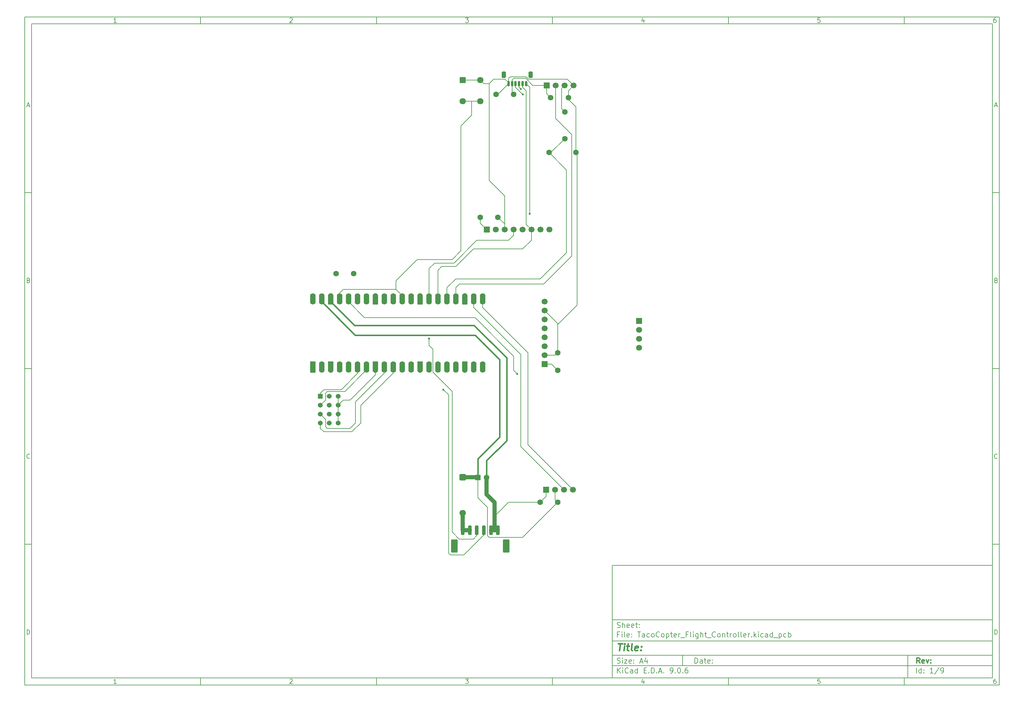
<source format=gtl>
%TF.GenerationSoftware,KiCad,Pcbnew,9.0.6*%
%TF.CreationDate,2025-12-23T20:00:03-05:00*%
%TF.ProjectId,TacoCopter_Flight_Controller,5461636f-436f-4707-9465-725f466c6967,rev?*%
%TF.SameCoordinates,Original*%
%TF.FileFunction,Copper,L1,Top*%
%TF.FilePolarity,Positive*%
%FSLAX46Y46*%
G04 Gerber Fmt 4.6, Leading zero omitted, Abs format (unit mm)*
G04 Created by KiCad (PCBNEW 9.0.6) date 2025-12-23 20:00:03*
%MOMM*%
%LPD*%
G01*
G04 APERTURE LIST*
G04 Aperture macros list*
%AMRoundRect*
0 Rectangle with rounded corners*
0 $1 Rounding radius*
0 $2 $3 $4 $5 $6 $7 $8 $9 X,Y pos of 4 corners*
0 Add a 4 corners polygon primitive as box body*
4,1,4,$2,$3,$4,$5,$6,$7,$8,$9,$2,$3,0*
0 Add four circle primitives for the rounded corners*
1,1,$1+$1,$2,$3*
1,1,$1+$1,$4,$5*
1,1,$1+$1,$6,$7*
1,1,$1+$1,$8,$9*
0 Add four rect primitives between the rounded corners*
20,1,$1+$1,$2,$3,$4,$5,0*
20,1,$1+$1,$4,$5,$6,$7,0*
20,1,$1+$1,$6,$7,$8,$9,0*
20,1,$1+$1,$8,$9,$2,$3,0*%
%AMFreePoly0*
4,1,37,0.800000,0.796148,0.878414,0.796148,1.032228,0.765552,1.177117,0.705537,1.307515,0.618408,1.418408,0.507515,1.505537,0.377117,1.565552,0.232228,1.596148,0.078414,1.596148,-0.078414,1.565552,-0.232228,1.505537,-0.377117,1.418408,-0.507515,1.307515,-0.618408,1.177117,-0.705537,1.032228,-0.765552,0.878414,-0.796148,0.800000,-0.796148,0.800000,-0.800000,-1.400000,-0.800000,
-1.403843,-0.796157,-1.439018,-0.796157,-1.511114,-0.766294,-1.566294,-0.711114,-1.596157,-0.639018,-1.596157,-0.603843,-1.600000,-0.600000,-1.600000,0.600000,-1.596157,0.603843,-1.596157,0.639018,-1.566294,0.711114,-1.511114,0.766294,-1.439018,0.796157,-1.403843,0.796157,-1.400000,0.800000,0.800000,0.800000,0.800000,0.796148,0.800000,0.796148,$1*%
%AMFreePoly1*
4,1,37,0.000000,0.796148,0.078414,0.796148,0.232228,0.765552,0.377117,0.705537,0.507515,0.618408,0.618408,0.507515,0.705537,0.377117,0.765552,0.232228,0.796148,0.078414,0.796148,-0.078414,0.765552,-0.232228,0.705537,-0.377117,0.618408,-0.507515,0.507515,-0.618408,0.377117,-0.705537,0.232228,-0.765552,0.078414,-0.796148,0.000000,-0.796148,0.000000,-0.800000,-0.600000,-0.800000,
-0.603843,-0.796157,-0.639018,-0.796157,-0.711114,-0.766294,-0.766294,-0.711114,-0.796157,-0.639018,-0.796157,-0.603843,-0.800000,-0.600000,-0.800000,0.600000,-0.796157,0.603843,-0.796157,0.639018,-0.766294,0.711114,-0.711114,0.766294,-0.639018,0.796157,-0.603843,0.796157,-0.600000,0.800000,0.000000,0.800000,0.000000,0.796148,0.000000,0.796148,$1*%
%AMFreePoly2*
4,1,37,0.603843,0.796157,0.639018,0.796157,0.711114,0.766294,0.766294,0.711114,0.796157,0.639018,0.796157,0.603843,0.800000,0.600000,0.800000,-0.600000,0.796157,-0.603843,0.796157,-0.639018,0.766294,-0.711114,0.711114,-0.766294,0.639018,-0.796157,0.603843,-0.796157,0.600000,-0.800000,0.000000,-0.800000,0.000000,-0.796148,-0.078414,-0.796148,-0.232228,-0.765552,-0.377117,-0.705537,
-0.507515,-0.618408,-0.618408,-0.507515,-0.705537,-0.377117,-0.765552,-0.232228,-0.796148,-0.078414,-0.796148,0.078414,-0.765552,0.232228,-0.705537,0.377117,-0.618408,0.507515,-0.507515,0.618408,-0.377117,0.705537,-0.232228,0.765552,-0.078414,0.796148,0.000000,0.796148,0.000000,0.800000,0.600000,0.800000,0.603843,0.796157,0.603843,0.796157,$1*%
%AMFreePoly3*
4,1,37,1.403843,0.796157,1.439018,0.796157,1.511114,0.766294,1.566294,0.711114,1.596157,0.639018,1.596157,0.603843,1.600000,0.600000,1.600000,-0.600000,1.596157,-0.603843,1.596157,-0.639018,1.566294,-0.711114,1.511114,-0.766294,1.439018,-0.796157,1.403843,-0.796157,1.400000,-0.800000,-0.800000,-0.800000,-0.800000,-0.796148,-0.878414,-0.796148,-1.032228,-0.765552,-1.177117,-0.705537,
-1.307515,-0.618408,-1.418408,-0.507515,-1.505537,-0.377117,-1.565552,-0.232228,-1.596148,-0.078414,-1.596148,0.078414,-1.565552,0.232228,-1.505537,0.377117,-1.418408,0.507515,-1.307515,0.618408,-1.177117,0.705537,-1.032228,0.765552,-0.878414,0.796148,-0.800000,0.796148,-0.800000,0.800000,1.400000,0.800000,1.403843,0.796157,1.403843,0.796157,$1*%
G04 Aperture macros list end*
%ADD10C,0.100000*%
%ADD11C,0.150000*%
%ADD12C,0.300000*%
%ADD13C,0.400000*%
%TA.AperFunction,SMDPad,CuDef*%
%ADD14RoundRect,0.150000X-0.150000X-0.625000X0.150000X-0.625000X0.150000X0.625000X-0.150000X0.625000X0*%
%TD*%
%TA.AperFunction,SMDPad,CuDef*%
%ADD15RoundRect,0.250000X-0.350000X-0.650000X0.350000X-0.650000X0.350000X0.650000X-0.350000X0.650000X0*%
%TD*%
%TA.AperFunction,ComponentPad*%
%ADD16R,1.700000X1.700000*%
%TD*%
%TA.AperFunction,ComponentPad*%
%ADD17C,1.700000*%
%TD*%
%TA.AperFunction,SMDPad,CuDef*%
%ADD18RoundRect,0.800000X0.000010X-0.800000X0.000010X0.800000X-0.000010X0.800000X-0.000010X-0.800000X0*%
%TD*%
%TA.AperFunction,ComponentPad*%
%ADD19C,1.600000*%
%TD*%
%TA.AperFunction,SMDPad,CuDef*%
%ADD20FreePoly0,90.000000*%
%TD*%
%TA.AperFunction,ComponentPad*%
%ADD21FreePoly1,90.000000*%
%TD*%
%TA.AperFunction,ComponentPad*%
%ADD22FreePoly2,90.000000*%
%TD*%
%TA.AperFunction,SMDPad,CuDef*%
%ADD23FreePoly3,90.000000*%
%TD*%
%TA.AperFunction,ComponentPad*%
%ADD24RoundRect,0.200000X0.600000X-0.600000X0.600000X0.600000X-0.600000X0.600000X-0.600000X-0.600000X0*%
%TD*%
%TA.AperFunction,ComponentPad*%
%ADD25RoundRect,0.250000X-0.550000X-0.550000X0.550000X-0.550000X0.550000X0.550000X-0.550000X0.550000X0*%
%TD*%
%TA.AperFunction,SMDPad,CuDef*%
%ADD26RoundRect,0.250000X-0.250000X-1.100000X0.250000X-1.100000X0.250000X1.100000X-0.250000X1.100000X0*%
%TD*%
%TA.AperFunction,SMDPad,CuDef*%
%ADD27RoundRect,0.250000X-0.650000X-1.650000X0.650000X-1.650000X0.650000X1.650000X-0.650000X1.650000X0*%
%TD*%
%TA.AperFunction,ComponentPad*%
%ADD28R,1.370000X1.370000*%
%TD*%
%TA.AperFunction,ComponentPad*%
%ADD29C,1.370000*%
%TD*%
%TA.AperFunction,ComponentPad*%
%ADD30RoundRect,0.250000X-0.650000X0.650000X-0.650000X-0.650000X0.650000X-0.650000X0.650000X0.650000X0*%
%TD*%
%TA.AperFunction,ComponentPad*%
%ADD31C,1.800000*%
%TD*%
%TA.AperFunction,ComponentPad*%
%ADD32R,1.800000X1.800000*%
%TD*%
%TA.AperFunction,ViaPad*%
%ADD33C,0.600000*%
%TD*%
%TA.AperFunction,Conductor*%
%ADD34C,0.200000*%
%TD*%
%TA.AperFunction,Conductor*%
%ADD35C,0.400000*%
%TD*%
%TA.AperFunction,Conductor*%
%ADD36C,1.200000*%
%TD*%
G04 APERTURE END LIST*
D10*
D11*
X177002200Y-166007200D02*
X285002200Y-166007200D01*
X285002200Y-198007200D01*
X177002200Y-198007200D01*
X177002200Y-166007200D01*
D10*
D11*
X10000000Y-10000000D02*
X287002200Y-10000000D01*
X287002200Y-200007200D01*
X10000000Y-200007200D01*
X10000000Y-10000000D01*
D10*
D11*
X12000000Y-12000000D02*
X285002200Y-12000000D01*
X285002200Y-198007200D01*
X12000000Y-198007200D01*
X12000000Y-12000000D01*
D10*
D11*
X60000000Y-12000000D02*
X60000000Y-10000000D01*
D10*
D11*
X110000000Y-12000000D02*
X110000000Y-10000000D01*
D10*
D11*
X160000000Y-12000000D02*
X160000000Y-10000000D01*
D10*
D11*
X210000000Y-12000000D02*
X210000000Y-10000000D01*
D10*
D11*
X260000000Y-12000000D02*
X260000000Y-10000000D01*
D10*
D11*
X36089160Y-11593604D02*
X35346303Y-11593604D01*
X35717731Y-11593604D02*
X35717731Y-10293604D01*
X35717731Y-10293604D02*
X35593922Y-10479319D01*
X35593922Y-10479319D02*
X35470112Y-10603128D01*
X35470112Y-10603128D02*
X35346303Y-10665033D01*
D10*
D11*
X85346303Y-10417414D02*
X85408207Y-10355509D01*
X85408207Y-10355509D02*
X85532017Y-10293604D01*
X85532017Y-10293604D02*
X85841541Y-10293604D01*
X85841541Y-10293604D02*
X85965350Y-10355509D01*
X85965350Y-10355509D02*
X86027255Y-10417414D01*
X86027255Y-10417414D02*
X86089160Y-10541223D01*
X86089160Y-10541223D02*
X86089160Y-10665033D01*
X86089160Y-10665033D02*
X86027255Y-10850747D01*
X86027255Y-10850747D02*
X85284398Y-11593604D01*
X85284398Y-11593604D02*
X86089160Y-11593604D01*
D10*
D11*
X135284398Y-10293604D02*
X136089160Y-10293604D01*
X136089160Y-10293604D02*
X135655826Y-10788842D01*
X135655826Y-10788842D02*
X135841541Y-10788842D01*
X135841541Y-10788842D02*
X135965350Y-10850747D01*
X135965350Y-10850747D02*
X136027255Y-10912652D01*
X136027255Y-10912652D02*
X136089160Y-11036461D01*
X136089160Y-11036461D02*
X136089160Y-11345985D01*
X136089160Y-11345985D02*
X136027255Y-11469795D01*
X136027255Y-11469795D02*
X135965350Y-11531700D01*
X135965350Y-11531700D02*
X135841541Y-11593604D01*
X135841541Y-11593604D02*
X135470112Y-11593604D01*
X135470112Y-11593604D02*
X135346303Y-11531700D01*
X135346303Y-11531700D02*
X135284398Y-11469795D01*
D10*
D11*
X185965350Y-10726938D02*
X185965350Y-11593604D01*
X185655826Y-10231700D02*
X185346303Y-11160271D01*
X185346303Y-11160271D02*
X186151064Y-11160271D01*
D10*
D11*
X236027255Y-10293604D02*
X235408207Y-10293604D01*
X235408207Y-10293604D02*
X235346303Y-10912652D01*
X235346303Y-10912652D02*
X235408207Y-10850747D01*
X235408207Y-10850747D02*
X235532017Y-10788842D01*
X235532017Y-10788842D02*
X235841541Y-10788842D01*
X235841541Y-10788842D02*
X235965350Y-10850747D01*
X235965350Y-10850747D02*
X236027255Y-10912652D01*
X236027255Y-10912652D02*
X236089160Y-11036461D01*
X236089160Y-11036461D02*
X236089160Y-11345985D01*
X236089160Y-11345985D02*
X236027255Y-11469795D01*
X236027255Y-11469795D02*
X235965350Y-11531700D01*
X235965350Y-11531700D02*
X235841541Y-11593604D01*
X235841541Y-11593604D02*
X235532017Y-11593604D01*
X235532017Y-11593604D02*
X235408207Y-11531700D01*
X235408207Y-11531700D02*
X235346303Y-11469795D01*
D10*
D11*
X285965350Y-10293604D02*
X285717731Y-10293604D01*
X285717731Y-10293604D02*
X285593922Y-10355509D01*
X285593922Y-10355509D02*
X285532017Y-10417414D01*
X285532017Y-10417414D02*
X285408207Y-10603128D01*
X285408207Y-10603128D02*
X285346303Y-10850747D01*
X285346303Y-10850747D02*
X285346303Y-11345985D01*
X285346303Y-11345985D02*
X285408207Y-11469795D01*
X285408207Y-11469795D02*
X285470112Y-11531700D01*
X285470112Y-11531700D02*
X285593922Y-11593604D01*
X285593922Y-11593604D02*
X285841541Y-11593604D01*
X285841541Y-11593604D02*
X285965350Y-11531700D01*
X285965350Y-11531700D02*
X286027255Y-11469795D01*
X286027255Y-11469795D02*
X286089160Y-11345985D01*
X286089160Y-11345985D02*
X286089160Y-11036461D01*
X286089160Y-11036461D02*
X286027255Y-10912652D01*
X286027255Y-10912652D02*
X285965350Y-10850747D01*
X285965350Y-10850747D02*
X285841541Y-10788842D01*
X285841541Y-10788842D02*
X285593922Y-10788842D01*
X285593922Y-10788842D02*
X285470112Y-10850747D01*
X285470112Y-10850747D02*
X285408207Y-10912652D01*
X285408207Y-10912652D02*
X285346303Y-11036461D01*
D10*
D11*
X60000000Y-198007200D02*
X60000000Y-200007200D01*
D10*
D11*
X110000000Y-198007200D02*
X110000000Y-200007200D01*
D10*
D11*
X160000000Y-198007200D02*
X160000000Y-200007200D01*
D10*
D11*
X210000000Y-198007200D02*
X210000000Y-200007200D01*
D10*
D11*
X260000000Y-198007200D02*
X260000000Y-200007200D01*
D10*
D11*
X36089160Y-199600804D02*
X35346303Y-199600804D01*
X35717731Y-199600804D02*
X35717731Y-198300804D01*
X35717731Y-198300804D02*
X35593922Y-198486519D01*
X35593922Y-198486519D02*
X35470112Y-198610328D01*
X35470112Y-198610328D02*
X35346303Y-198672233D01*
D10*
D11*
X85346303Y-198424614D02*
X85408207Y-198362709D01*
X85408207Y-198362709D02*
X85532017Y-198300804D01*
X85532017Y-198300804D02*
X85841541Y-198300804D01*
X85841541Y-198300804D02*
X85965350Y-198362709D01*
X85965350Y-198362709D02*
X86027255Y-198424614D01*
X86027255Y-198424614D02*
X86089160Y-198548423D01*
X86089160Y-198548423D02*
X86089160Y-198672233D01*
X86089160Y-198672233D02*
X86027255Y-198857947D01*
X86027255Y-198857947D02*
X85284398Y-199600804D01*
X85284398Y-199600804D02*
X86089160Y-199600804D01*
D10*
D11*
X135284398Y-198300804D02*
X136089160Y-198300804D01*
X136089160Y-198300804D02*
X135655826Y-198796042D01*
X135655826Y-198796042D02*
X135841541Y-198796042D01*
X135841541Y-198796042D02*
X135965350Y-198857947D01*
X135965350Y-198857947D02*
X136027255Y-198919852D01*
X136027255Y-198919852D02*
X136089160Y-199043661D01*
X136089160Y-199043661D02*
X136089160Y-199353185D01*
X136089160Y-199353185D02*
X136027255Y-199476995D01*
X136027255Y-199476995D02*
X135965350Y-199538900D01*
X135965350Y-199538900D02*
X135841541Y-199600804D01*
X135841541Y-199600804D02*
X135470112Y-199600804D01*
X135470112Y-199600804D02*
X135346303Y-199538900D01*
X135346303Y-199538900D02*
X135284398Y-199476995D01*
D10*
D11*
X185965350Y-198734138D02*
X185965350Y-199600804D01*
X185655826Y-198238900D02*
X185346303Y-199167471D01*
X185346303Y-199167471D02*
X186151064Y-199167471D01*
D10*
D11*
X236027255Y-198300804D02*
X235408207Y-198300804D01*
X235408207Y-198300804D02*
X235346303Y-198919852D01*
X235346303Y-198919852D02*
X235408207Y-198857947D01*
X235408207Y-198857947D02*
X235532017Y-198796042D01*
X235532017Y-198796042D02*
X235841541Y-198796042D01*
X235841541Y-198796042D02*
X235965350Y-198857947D01*
X235965350Y-198857947D02*
X236027255Y-198919852D01*
X236027255Y-198919852D02*
X236089160Y-199043661D01*
X236089160Y-199043661D02*
X236089160Y-199353185D01*
X236089160Y-199353185D02*
X236027255Y-199476995D01*
X236027255Y-199476995D02*
X235965350Y-199538900D01*
X235965350Y-199538900D02*
X235841541Y-199600804D01*
X235841541Y-199600804D02*
X235532017Y-199600804D01*
X235532017Y-199600804D02*
X235408207Y-199538900D01*
X235408207Y-199538900D02*
X235346303Y-199476995D01*
D10*
D11*
X285965350Y-198300804D02*
X285717731Y-198300804D01*
X285717731Y-198300804D02*
X285593922Y-198362709D01*
X285593922Y-198362709D02*
X285532017Y-198424614D01*
X285532017Y-198424614D02*
X285408207Y-198610328D01*
X285408207Y-198610328D02*
X285346303Y-198857947D01*
X285346303Y-198857947D02*
X285346303Y-199353185D01*
X285346303Y-199353185D02*
X285408207Y-199476995D01*
X285408207Y-199476995D02*
X285470112Y-199538900D01*
X285470112Y-199538900D02*
X285593922Y-199600804D01*
X285593922Y-199600804D02*
X285841541Y-199600804D01*
X285841541Y-199600804D02*
X285965350Y-199538900D01*
X285965350Y-199538900D02*
X286027255Y-199476995D01*
X286027255Y-199476995D02*
X286089160Y-199353185D01*
X286089160Y-199353185D02*
X286089160Y-199043661D01*
X286089160Y-199043661D02*
X286027255Y-198919852D01*
X286027255Y-198919852D02*
X285965350Y-198857947D01*
X285965350Y-198857947D02*
X285841541Y-198796042D01*
X285841541Y-198796042D02*
X285593922Y-198796042D01*
X285593922Y-198796042D02*
X285470112Y-198857947D01*
X285470112Y-198857947D02*
X285408207Y-198919852D01*
X285408207Y-198919852D02*
X285346303Y-199043661D01*
D10*
D11*
X10000000Y-60000000D02*
X12000000Y-60000000D01*
D10*
D11*
X10000000Y-110000000D02*
X12000000Y-110000000D01*
D10*
D11*
X10000000Y-160000000D02*
X12000000Y-160000000D01*
D10*
D11*
X10690476Y-35222176D02*
X11309523Y-35222176D01*
X10566666Y-35593604D02*
X10999999Y-34293604D01*
X10999999Y-34293604D02*
X11433333Y-35593604D01*
D10*
D11*
X11092857Y-84912652D02*
X11278571Y-84974557D01*
X11278571Y-84974557D02*
X11340476Y-85036461D01*
X11340476Y-85036461D02*
X11402380Y-85160271D01*
X11402380Y-85160271D02*
X11402380Y-85345985D01*
X11402380Y-85345985D02*
X11340476Y-85469795D01*
X11340476Y-85469795D02*
X11278571Y-85531700D01*
X11278571Y-85531700D02*
X11154761Y-85593604D01*
X11154761Y-85593604D02*
X10659523Y-85593604D01*
X10659523Y-85593604D02*
X10659523Y-84293604D01*
X10659523Y-84293604D02*
X11092857Y-84293604D01*
X11092857Y-84293604D02*
X11216666Y-84355509D01*
X11216666Y-84355509D02*
X11278571Y-84417414D01*
X11278571Y-84417414D02*
X11340476Y-84541223D01*
X11340476Y-84541223D02*
X11340476Y-84665033D01*
X11340476Y-84665033D02*
X11278571Y-84788842D01*
X11278571Y-84788842D02*
X11216666Y-84850747D01*
X11216666Y-84850747D02*
X11092857Y-84912652D01*
X11092857Y-84912652D02*
X10659523Y-84912652D01*
D10*
D11*
X11402380Y-135469795D02*
X11340476Y-135531700D01*
X11340476Y-135531700D02*
X11154761Y-135593604D01*
X11154761Y-135593604D02*
X11030952Y-135593604D01*
X11030952Y-135593604D02*
X10845238Y-135531700D01*
X10845238Y-135531700D02*
X10721428Y-135407890D01*
X10721428Y-135407890D02*
X10659523Y-135284080D01*
X10659523Y-135284080D02*
X10597619Y-135036461D01*
X10597619Y-135036461D02*
X10597619Y-134850747D01*
X10597619Y-134850747D02*
X10659523Y-134603128D01*
X10659523Y-134603128D02*
X10721428Y-134479319D01*
X10721428Y-134479319D02*
X10845238Y-134355509D01*
X10845238Y-134355509D02*
X11030952Y-134293604D01*
X11030952Y-134293604D02*
X11154761Y-134293604D01*
X11154761Y-134293604D02*
X11340476Y-134355509D01*
X11340476Y-134355509D02*
X11402380Y-134417414D01*
D10*
D11*
X10659523Y-185593604D02*
X10659523Y-184293604D01*
X10659523Y-184293604D02*
X10969047Y-184293604D01*
X10969047Y-184293604D02*
X11154761Y-184355509D01*
X11154761Y-184355509D02*
X11278571Y-184479319D01*
X11278571Y-184479319D02*
X11340476Y-184603128D01*
X11340476Y-184603128D02*
X11402380Y-184850747D01*
X11402380Y-184850747D02*
X11402380Y-185036461D01*
X11402380Y-185036461D02*
X11340476Y-185284080D01*
X11340476Y-185284080D02*
X11278571Y-185407890D01*
X11278571Y-185407890D02*
X11154761Y-185531700D01*
X11154761Y-185531700D02*
X10969047Y-185593604D01*
X10969047Y-185593604D02*
X10659523Y-185593604D01*
D10*
D11*
X287002200Y-60000000D02*
X285002200Y-60000000D01*
D10*
D11*
X287002200Y-110000000D02*
X285002200Y-110000000D01*
D10*
D11*
X287002200Y-160000000D02*
X285002200Y-160000000D01*
D10*
D11*
X285692676Y-35222176D02*
X286311723Y-35222176D01*
X285568866Y-35593604D02*
X286002199Y-34293604D01*
X286002199Y-34293604D02*
X286435533Y-35593604D01*
D10*
D11*
X286095057Y-84912652D02*
X286280771Y-84974557D01*
X286280771Y-84974557D02*
X286342676Y-85036461D01*
X286342676Y-85036461D02*
X286404580Y-85160271D01*
X286404580Y-85160271D02*
X286404580Y-85345985D01*
X286404580Y-85345985D02*
X286342676Y-85469795D01*
X286342676Y-85469795D02*
X286280771Y-85531700D01*
X286280771Y-85531700D02*
X286156961Y-85593604D01*
X286156961Y-85593604D02*
X285661723Y-85593604D01*
X285661723Y-85593604D02*
X285661723Y-84293604D01*
X285661723Y-84293604D02*
X286095057Y-84293604D01*
X286095057Y-84293604D02*
X286218866Y-84355509D01*
X286218866Y-84355509D02*
X286280771Y-84417414D01*
X286280771Y-84417414D02*
X286342676Y-84541223D01*
X286342676Y-84541223D02*
X286342676Y-84665033D01*
X286342676Y-84665033D02*
X286280771Y-84788842D01*
X286280771Y-84788842D02*
X286218866Y-84850747D01*
X286218866Y-84850747D02*
X286095057Y-84912652D01*
X286095057Y-84912652D02*
X285661723Y-84912652D01*
D10*
D11*
X286404580Y-135469795D02*
X286342676Y-135531700D01*
X286342676Y-135531700D02*
X286156961Y-135593604D01*
X286156961Y-135593604D02*
X286033152Y-135593604D01*
X286033152Y-135593604D02*
X285847438Y-135531700D01*
X285847438Y-135531700D02*
X285723628Y-135407890D01*
X285723628Y-135407890D02*
X285661723Y-135284080D01*
X285661723Y-135284080D02*
X285599819Y-135036461D01*
X285599819Y-135036461D02*
X285599819Y-134850747D01*
X285599819Y-134850747D02*
X285661723Y-134603128D01*
X285661723Y-134603128D02*
X285723628Y-134479319D01*
X285723628Y-134479319D02*
X285847438Y-134355509D01*
X285847438Y-134355509D02*
X286033152Y-134293604D01*
X286033152Y-134293604D02*
X286156961Y-134293604D01*
X286156961Y-134293604D02*
X286342676Y-134355509D01*
X286342676Y-134355509D02*
X286404580Y-134417414D01*
D10*
D11*
X285661723Y-185593604D02*
X285661723Y-184293604D01*
X285661723Y-184293604D02*
X285971247Y-184293604D01*
X285971247Y-184293604D02*
X286156961Y-184355509D01*
X286156961Y-184355509D02*
X286280771Y-184479319D01*
X286280771Y-184479319D02*
X286342676Y-184603128D01*
X286342676Y-184603128D02*
X286404580Y-184850747D01*
X286404580Y-184850747D02*
X286404580Y-185036461D01*
X286404580Y-185036461D02*
X286342676Y-185284080D01*
X286342676Y-185284080D02*
X286280771Y-185407890D01*
X286280771Y-185407890D02*
X286156961Y-185531700D01*
X286156961Y-185531700D02*
X285971247Y-185593604D01*
X285971247Y-185593604D02*
X285661723Y-185593604D01*
D10*
D11*
X200458026Y-193793328D02*
X200458026Y-192293328D01*
X200458026Y-192293328D02*
X200815169Y-192293328D01*
X200815169Y-192293328D02*
X201029455Y-192364757D01*
X201029455Y-192364757D02*
X201172312Y-192507614D01*
X201172312Y-192507614D02*
X201243741Y-192650471D01*
X201243741Y-192650471D02*
X201315169Y-192936185D01*
X201315169Y-192936185D02*
X201315169Y-193150471D01*
X201315169Y-193150471D02*
X201243741Y-193436185D01*
X201243741Y-193436185D02*
X201172312Y-193579042D01*
X201172312Y-193579042D02*
X201029455Y-193721900D01*
X201029455Y-193721900D02*
X200815169Y-193793328D01*
X200815169Y-193793328D02*
X200458026Y-193793328D01*
X202600884Y-193793328D02*
X202600884Y-193007614D01*
X202600884Y-193007614D02*
X202529455Y-192864757D01*
X202529455Y-192864757D02*
X202386598Y-192793328D01*
X202386598Y-192793328D02*
X202100884Y-192793328D01*
X202100884Y-192793328D02*
X201958026Y-192864757D01*
X202600884Y-193721900D02*
X202458026Y-193793328D01*
X202458026Y-193793328D02*
X202100884Y-193793328D01*
X202100884Y-193793328D02*
X201958026Y-193721900D01*
X201958026Y-193721900D02*
X201886598Y-193579042D01*
X201886598Y-193579042D02*
X201886598Y-193436185D01*
X201886598Y-193436185D02*
X201958026Y-193293328D01*
X201958026Y-193293328D02*
X202100884Y-193221900D01*
X202100884Y-193221900D02*
X202458026Y-193221900D01*
X202458026Y-193221900D02*
X202600884Y-193150471D01*
X203100884Y-192793328D02*
X203672312Y-192793328D01*
X203315169Y-192293328D02*
X203315169Y-193579042D01*
X203315169Y-193579042D02*
X203386598Y-193721900D01*
X203386598Y-193721900D02*
X203529455Y-193793328D01*
X203529455Y-193793328D02*
X203672312Y-193793328D01*
X204743741Y-193721900D02*
X204600884Y-193793328D01*
X204600884Y-193793328D02*
X204315170Y-193793328D01*
X204315170Y-193793328D02*
X204172312Y-193721900D01*
X204172312Y-193721900D02*
X204100884Y-193579042D01*
X204100884Y-193579042D02*
X204100884Y-193007614D01*
X204100884Y-193007614D02*
X204172312Y-192864757D01*
X204172312Y-192864757D02*
X204315170Y-192793328D01*
X204315170Y-192793328D02*
X204600884Y-192793328D01*
X204600884Y-192793328D02*
X204743741Y-192864757D01*
X204743741Y-192864757D02*
X204815170Y-193007614D01*
X204815170Y-193007614D02*
X204815170Y-193150471D01*
X204815170Y-193150471D02*
X204100884Y-193293328D01*
X205458026Y-193650471D02*
X205529455Y-193721900D01*
X205529455Y-193721900D02*
X205458026Y-193793328D01*
X205458026Y-193793328D02*
X205386598Y-193721900D01*
X205386598Y-193721900D02*
X205458026Y-193650471D01*
X205458026Y-193650471D02*
X205458026Y-193793328D01*
X205458026Y-192864757D02*
X205529455Y-192936185D01*
X205529455Y-192936185D02*
X205458026Y-193007614D01*
X205458026Y-193007614D02*
X205386598Y-192936185D01*
X205386598Y-192936185D02*
X205458026Y-192864757D01*
X205458026Y-192864757D02*
X205458026Y-193007614D01*
D10*
D11*
X177002200Y-194507200D02*
X285002200Y-194507200D01*
D10*
D11*
X178458026Y-196593328D02*
X178458026Y-195093328D01*
X179315169Y-196593328D02*
X178672312Y-195736185D01*
X179315169Y-195093328D02*
X178458026Y-195950471D01*
X179958026Y-196593328D02*
X179958026Y-195593328D01*
X179958026Y-195093328D02*
X179886598Y-195164757D01*
X179886598Y-195164757D02*
X179958026Y-195236185D01*
X179958026Y-195236185D02*
X180029455Y-195164757D01*
X180029455Y-195164757D02*
X179958026Y-195093328D01*
X179958026Y-195093328D02*
X179958026Y-195236185D01*
X181529455Y-196450471D02*
X181458027Y-196521900D01*
X181458027Y-196521900D02*
X181243741Y-196593328D01*
X181243741Y-196593328D02*
X181100884Y-196593328D01*
X181100884Y-196593328D02*
X180886598Y-196521900D01*
X180886598Y-196521900D02*
X180743741Y-196379042D01*
X180743741Y-196379042D02*
X180672312Y-196236185D01*
X180672312Y-196236185D02*
X180600884Y-195950471D01*
X180600884Y-195950471D02*
X180600884Y-195736185D01*
X180600884Y-195736185D02*
X180672312Y-195450471D01*
X180672312Y-195450471D02*
X180743741Y-195307614D01*
X180743741Y-195307614D02*
X180886598Y-195164757D01*
X180886598Y-195164757D02*
X181100884Y-195093328D01*
X181100884Y-195093328D02*
X181243741Y-195093328D01*
X181243741Y-195093328D02*
X181458027Y-195164757D01*
X181458027Y-195164757D02*
X181529455Y-195236185D01*
X182815170Y-196593328D02*
X182815170Y-195807614D01*
X182815170Y-195807614D02*
X182743741Y-195664757D01*
X182743741Y-195664757D02*
X182600884Y-195593328D01*
X182600884Y-195593328D02*
X182315170Y-195593328D01*
X182315170Y-195593328D02*
X182172312Y-195664757D01*
X182815170Y-196521900D02*
X182672312Y-196593328D01*
X182672312Y-196593328D02*
X182315170Y-196593328D01*
X182315170Y-196593328D02*
X182172312Y-196521900D01*
X182172312Y-196521900D02*
X182100884Y-196379042D01*
X182100884Y-196379042D02*
X182100884Y-196236185D01*
X182100884Y-196236185D02*
X182172312Y-196093328D01*
X182172312Y-196093328D02*
X182315170Y-196021900D01*
X182315170Y-196021900D02*
X182672312Y-196021900D01*
X182672312Y-196021900D02*
X182815170Y-195950471D01*
X184172313Y-196593328D02*
X184172313Y-195093328D01*
X184172313Y-196521900D02*
X184029455Y-196593328D01*
X184029455Y-196593328D02*
X183743741Y-196593328D01*
X183743741Y-196593328D02*
X183600884Y-196521900D01*
X183600884Y-196521900D02*
X183529455Y-196450471D01*
X183529455Y-196450471D02*
X183458027Y-196307614D01*
X183458027Y-196307614D02*
X183458027Y-195879042D01*
X183458027Y-195879042D02*
X183529455Y-195736185D01*
X183529455Y-195736185D02*
X183600884Y-195664757D01*
X183600884Y-195664757D02*
X183743741Y-195593328D01*
X183743741Y-195593328D02*
X184029455Y-195593328D01*
X184029455Y-195593328D02*
X184172313Y-195664757D01*
X186029455Y-195807614D02*
X186529455Y-195807614D01*
X186743741Y-196593328D02*
X186029455Y-196593328D01*
X186029455Y-196593328D02*
X186029455Y-195093328D01*
X186029455Y-195093328D02*
X186743741Y-195093328D01*
X187386598Y-196450471D02*
X187458027Y-196521900D01*
X187458027Y-196521900D02*
X187386598Y-196593328D01*
X187386598Y-196593328D02*
X187315170Y-196521900D01*
X187315170Y-196521900D02*
X187386598Y-196450471D01*
X187386598Y-196450471D02*
X187386598Y-196593328D01*
X188100884Y-196593328D02*
X188100884Y-195093328D01*
X188100884Y-195093328D02*
X188458027Y-195093328D01*
X188458027Y-195093328D02*
X188672313Y-195164757D01*
X188672313Y-195164757D02*
X188815170Y-195307614D01*
X188815170Y-195307614D02*
X188886599Y-195450471D01*
X188886599Y-195450471D02*
X188958027Y-195736185D01*
X188958027Y-195736185D02*
X188958027Y-195950471D01*
X188958027Y-195950471D02*
X188886599Y-196236185D01*
X188886599Y-196236185D02*
X188815170Y-196379042D01*
X188815170Y-196379042D02*
X188672313Y-196521900D01*
X188672313Y-196521900D02*
X188458027Y-196593328D01*
X188458027Y-196593328D02*
X188100884Y-196593328D01*
X189600884Y-196450471D02*
X189672313Y-196521900D01*
X189672313Y-196521900D02*
X189600884Y-196593328D01*
X189600884Y-196593328D02*
X189529456Y-196521900D01*
X189529456Y-196521900D02*
X189600884Y-196450471D01*
X189600884Y-196450471D02*
X189600884Y-196593328D01*
X190243742Y-196164757D02*
X190958028Y-196164757D01*
X190100885Y-196593328D02*
X190600885Y-195093328D01*
X190600885Y-195093328D02*
X191100885Y-196593328D01*
X191600884Y-196450471D02*
X191672313Y-196521900D01*
X191672313Y-196521900D02*
X191600884Y-196593328D01*
X191600884Y-196593328D02*
X191529456Y-196521900D01*
X191529456Y-196521900D02*
X191600884Y-196450471D01*
X191600884Y-196450471D02*
X191600884Y-196593328D01*
X193529456Y-196593328D02*
X193815170Y-196593328D01*
X193815170Y-196593328D02*
X193958027Y-196521900D01*
X193958027Y-196521900D02*
X194029456Y-196450471D01*
X194029456Y-196450471D02*
X194172313Y-196236185D01*
X194172313Y-196236185D02*
X194243742Y-195950471D01*
X194243742Y-195950471D02*
X194243742Y-195379042D01*
X194243742Y-195379042D02*
X194172313Y-195236185D01*
X194172313Y-195236185D02*
X194100885Y-195164757D01*
X194100885Y-195164757D02*
X193958027Y-195093328D01*
X193958027Y-195093328D02*
X193672313Y-195093328D01*
X193672313Y-195093328D02*
X193529456Y-195164757D01*
X193529456Y-195164757D02*
X193458027Y-195236185D01*
X193458027Y-195236185D02*
X193386599Y-195379042D01*
X193386599Y-195379042D02*
X193386599Y-195736185D01*
X193386599Y-195736185D02*
X193458027Y-195879042D01*
X193458027Y-195879042D02*
X193529456Y-195950471D01*
X193529456Y-195950471D02*
X193672313Y-196021900D01*
X193672313Y-196021900D02*
X193958027Y-196021900D01*
X193958027Y-196021900D02*
X194100885Y-195950471D01*
X194100885Y-195950471D02*
X194172313Y-195879042D01*
X194172313Y-195879042D02*
X194243742Y-195736185D01*
X194886598Y-196450471D02*
X194958027Y-196521900D01*
X194958027Y-196521900D02*
X194886598Y-196593328D01*
X194886598Y-196593328D02*
X194815170Y-196521900D01*
X194815170Y-196521900D02*
X194886598Y-196450471D01*
X194886598Y-196450471D02*
X194886598Y-196593328D01*
X195886599Y-195093328D02*
X196029456Y-195093328D01*
X196029456Y-195093328D02*
X196172313Y-195164757D01*
X196172313Y-195164757D02*
X196243742Y-195236185D01*
X196243742Y-195236185D02*
X196315170Y-195379042D01*
X196315170Y-195379042D02*
X196386599Y-195664757D01*
X196386599Y-195664757D02*
X196386599Y-196021900D01*
X196386599Y-196021900D02*
X196315170Y-196307614D01*
X196315170Y-196307614D02*
X196243742Y-196450471D01*
X196243742Y-196450471D02*
X196172313Y-196521900D01*
X196172313Y-196521900D02*
X196029456Y-196593328D01*
X196029456Y-196593328D02*
X195886599Y-196593328D01*
X195886599Y-196593328D02*
X195743742Y-196521900D01*
X195743742Y-196521900D02*
X195672313Y-196450471D01*
X195672313Y-196450471D02*
X195600884Y-196307614D01*
X195600884Y-196307614D02*
X195529456Y-196021900D01*
X195529456Y-196021900D02*
X195529456Y-195664757D01*
X195529456Y-195664757D02*
X195600884Y-195379042D01*
X195600884Y-195379042D02*
X195672313Y-195236185D01*
X195672313Y-195236185D02*
X195743742Y-195164757D01*
X195743742Y-195164757D02*
X195886599Y-195093328D01*
X197029455Y-196450471D02*
X197100884Y-196521900D01*
X197100884Y-196521900D02*
X197029455Y-196593328D01*
X197029455Y-196593328D02*
X196958027Y-196521900D01*
X196958027Y-196521900D02*
X197029455Y-196450471D01*
X197029455Y-196450471D02*
X197029455Y-196593328D01*
X198386599Y-195093328D02*
X198100884Y-195093328D01*
X198100884Y-195093328D02*
X197958027Y-195164757D01*
X197958027Y-195164757D02*
X197886599Y-195236185D01*
X197886599Y-195236185D02*
X197743741Y-195450471D01*
X197743741Y-195450471D02*
X197672313Y-195736185D01*
X197672313Y-195736185D02*
X197672313Y-196307614D01*
X197672313Y-196307614D02*
X197743741Y-196450471D01*
X197743741Y-196450471D02*
X197815170Y-196521900D01*
X197815170Y-196521900D02*
X197958027Y-196593328D01*
X197958027Y-196593328D02*
X198243741Y-196593328D01*
X198243741Y-196593328D02*
X198386599Y-196521900D01*
X198386599Y-196521900D02*
X198458027Y-196450471D01*
X198458027Y-196450471D02*
X198529456Y-196307614D01*
X198529456Y-196307614D02*
X198529456Y-195950471D01*
X198529456Y-195950471D02*
X198458027Y-195807614D01*
X198458027Y-195807614D02*
X198386599Y-195736185D01*
X198386599Y-195736185D02*
X198243741Y-195664757D01*
X198243741Y-195664757D02*
X197958027Y-195664757D01*
X197958027Y-195664757D02*
X197815170Y-195736185D01*
X197815170Y-195736185D02*
X197743741Y-195807614D01*
X197743741Y-195807614D02*
X197672313Y-195950471D01*
D10*
D11*
X177002200Y-191507200D02*
X285002200Y-191507200D01*
D10*
D12*
X264413853Y-193785528D02*
X263913853Y-193071242D01*
X263556710Y-193785528D02*
X263556710Y-192285528D01*
X263556710Y-192285528D02*
X264128139Y-192285528D01*
X264128139Y-192285528D02*
X264270996Y-192356957D01*
X264270996Y-192356957D02*
X264342425Y-192428385D01*
X264342425Y-192428385D02*
X264413853Y-192571242D01*
X264413853Y-192571242D02*
X264413853Y-192785528D01*
X264413853Y-192785528D02*
X264342425Y-192928385D01*
X264342425Y-192928385D02*
X264270996Y-192999814D01*
X264270996Y-192999814D02*
X264128139Y-193071242D01*
X264128139Y-193071242D02*
X263556710Y-193071242D01*
X265628139Y-193714100D02*
X265485282Y-193785528D01*
X265485282Y-193785528D02*
X265199568Y-193785528D01*
X265199568Y-193785528D02*
X265056710Y-193714100D01*
X265056710Y-193714100D02*
X264985282Y-193571242D01*
X264985282Y-193571242D02*
X264985282Y-192999814D01*
X264985282Y-192999814D02*
X265056710Y-192856957D01*
X265056710Y-192856957D02*
X265199568Y-192785528D01*
X265199568Y-192785528D02*
X265485282Y-192785528D01*
X265485282Y-192785528D02*
X265628139Y-192856957D01*
X265628139Y-192856957D02*
X265699568Y-192999814D01*
X265699568Y-192999814D02*
X265699568Y-193142671D01*
X265699568Y-193142671D02*
X264985282Y-193285528D01*
X266199567Y-192785528D02*
X266556710Y-193785528D01*
X266556710Y-193785528D02*
X266913853Y-192785528D01*
X267485281Y-193642671D02*
X267556710Y-193714100D01*
X267556710Y-193714100D02*
X267485281Y-193785528D01*
X267485281Y-193785528D02*
X267413853Y-193714100D01*
X267413853Y-193714100D02*
X267485281Y-193642671D01*
X267485281Y-193642671D02*
X267485281Y-193785528D01*
X267485281Y-192856957D02*
X267556710Y-192928385D01*
X267556710Y-192928385D02*
X267485281Y-192999814D01*
X267485281Y-192999814D02*
X267413853Y-192928385D01*
X267413853Y-192928385D02*
X267485281Y-192856957D01*
X267485281Y-192856957D02*
X267485281Y-192999814D01*
D10*
D11*
X178386598Y-193721900D02*
X178600884Y-193793328D01*
X178600884Y-193793328D02*
X178958026Y-193793328D01*
X178958026Y-193793328D02*
X179100884Y-193721900D01*
X179100884Y-193721900D02*
X179172312Y-193650471D01*
X179172312Y-193650471D02*
X179243741Y-193507614D01*
X179243741Y-193507614D02*
X179243741Y-193364757D01*
X179243741Y-193364757D02*
X179172312Y-193221900D01*
X179172312Y-193221900D02*
X179100884Y-193150471D01*
X179100884Y-193150471D02*
X178958026Y-193079042D01*
X178958026Y-193079042D02*
X178672312Y-193007614D01*
X178672312Y-193007614D02*
X178529455Y-192936185D01*
X178529455Y-192936185D02*
X178458026Y-192864757D01*
X178458026Y-192864757D02*
X178386598Y-192721900D01*
X178386598Y-192721900D02*
X178386598Y-192579042D01*
X178386598Y-192579042D02*
X178458026Y-192436185D01*
X178458026Y-192436185D02*
X178529455Y-192364757D01*
X178529455Y-192364757D02*
X178672312Y-192293328D01*
X178672312Y-192293328D02*
X179029455Y-192293328D01*
X179029455Y-192293328D02*
X179243741Y-192364757D01*
X179886597Y-193793328D02*
X179886597Y-192793328D01*
X179886597Y-192293328D02*
X179815169Y-192364757D01*
X179815169Y-192364757D02*
X179886597Y-192436185D01*
X179886597Y-192436185D02*
X179958026Y-192364757D01*
X179958026Y-192364757D02*
X179886597Y-192293328D01*
X179886597Y-192293328D02*
X179886597Y-192436185D01*
X180458026Y-192793328D02*
X181243741Y-192793328D01*
X181243741Y-192793328D02*
X180458026Y-193793328D01*
X180458026Y-193793328D02*
X181243741Y-193793328D01*
X182386598Y-193721900D02*
X182243741Y-193793328D01*
X182243741Y-193793328D02*
X181958027Y-193793328D01*
X181958027Y-193793328D02*
X181815169Y-193721900D01*
X181815169Y-193721900D02*
X181743741Y-193579042D01*
X181743741Y-193579042D02*
X181743741Y-193007614D01*
X181743741Y-193007614D02*
X181815169Y-192864757D01*
X181815169Y-192864757D02*
X181958027Y-192793328D01*
X181958027Y-192793328D02*
X182243741Y-192793328D01*
X182243741Y-192793328D02*
X182386598Y-192864757D01*
X182386598Y-192864757D02*
X182458027Y-193007614D01*
X182458027Y-193007614D02*
X182458027Y-193150471D01*
X182458027Y-193150471D02*
X181743741Y-193293328D01*
X183100883Y-193650471D02*
X183172312Y-193721900D01*
X183172312Y-193721900D02*
X183100883Y-193793328D01*
X183100883Y-193793328D02*
X183029455Y-193721900D01*
X183029455Y-193721900D02*
X183100883Y-193650471D01*
X183100883Y-193650471D02*
X183100883Y-193793328D01*
X183100883Y-192864757D02*
X183172312Y-192936185D01*
X183172312Y-192936185D02*
X183100883Y-193007614D01*
X183100883Y-193007614D02*
X183029455Y-192936185D01*
X183029455Y-192936185D02*
X183100883Y-192864757D01*
X183100883Y-192864757D02*
X183100883Y-193007614D01*
X184886598Y-193364757D02*
X185600884Y-193364757D01*
X184743741Y-193793328D02*
X185243741Y-192293328D01*
X185243741Y-192293328D02*
X185743741Y-193793328D01*
X186886598Y-192793328D02*
X186886598Y-193793328D01*
X186529455Y-192221900D02*
X186172312Y-193293328D01*
X186172312Y-193293328D02*
X187100883Y-193293328D01*
D10*
D11*
X263458026Y-196593328D02*
X263458026Y-195093328D01*
X264815170Y-196593328D02*
X264815170Y-195093328D01*
X264815170Y-196521900D02*
X264672312Y-196593328D01*
X264672312Y-196593328D02*
X264386598Y-196593328D01*
X264386598Y-196593328D02*
X264243741Y-196521900D01*
X264243741Y-196521900D02*
X264172312Y-196450471D01*
X264172312Y-196450471D02*
X264100884Y-196307614D01*
X264100884Y-196307614D02*
X264100884Y-195879042D01*
X264100884Y-195879042D02*
X264172312Y-195736185D01*
X264172312Y-195736185D02*
X264243741Y-195664757D01*
X264243741Y-195664757D02*
X264386598Y-195593328D01*
X264386598Y-195593328D02*
X264672312Y-195593328D01*
X264672312Y-195593328D02*
X264815170Y-195664757D01*
X265529455Y-196450471D02*
X265600884Y-196521900D01*
X265600884Y-196521900D02*
X265529455Y-196593328D01*
X265529455Y-196593328D02*
X265458027Y-196521900D01*
X265458027Y-196521900D02*
X265529455Y-196450471D01*
X265529455Y-196450471D02*
X265529455Y-196593328D01*
X265529455Y-195664757D02*
X265600884Y-195736185D01*
X265600884Y-195736185D02*
X265529455Y-195807614D01*
X265529455Y-195807614D02*
X265458027Y-195736185D01*
X265458027Y-195736185D02*
X265529455Y-195664757D01*
X265529455Y-195664757D02*
X265529455Y-195807614D01*
X268172313Y-196593328D02*
X267315170Y-196593328D01*
X267743741Y-196593328D02*
X267743741Y-195093328D01*
X267743741Y-195093328D02*
X267600884Y-195307614D01*
X267600884Y-195307614D02*
X267458027Y-195450471D01*
X267458027Y-195450471D02*
X267315170Y-195521900D01*
X269886598Y-195021900D02*
X268600884Y-196950471D01*
X270458027Y-196593328D02*
X270743741Y-196593328D01*
X270743741Y-196593328D02*
X270886598Y-196521900D01*
X270886598Y-196521900D02*
X270958027Y-196450471D01*
X270958027Y-196450471D02*
X271100884Y-196236185D01*
X271100884Y-196236185D02*
X271172313Y-195950471D01*
X271172313Y-195950471D02*
X271172313Y-195379042D01*
X271172313Y-195379042D02*
X271100884Y-195236185D01*
X271100884Y-195236185D02*
X271029456Y-195164757D01*
X271029456Y-195164757D02*
X270886598Y-195093328D01*
X270886598Y-195093328D02*
X270600884Y-195093328D01*
X270600884Y-195093328D02*
X270458027Y-195164757D01*
X270458027Y-195164757D02*
X270386598Y-195236185D01*
X270386598Y-195236185D02*
X270315170Y-195379042D01*
X270315170Y-195379042D02*
X270315170Y-195736185D01*
X270315170Y-195736185D02*
X270386598Y-195879042D01*
X270386598Y-195879042D02*
X270458027Y-195950471D01*
X270458027Y-195950471D02*
X270600884Y-196021900D01*
X270600884Y-196021900D02*
X270886598Y-196021900D01*
X270886598Y-196021900D02*
X271029456Y-195950471D01*
X271029456Y-195950471D02*
X271100884Y-195879042D01*
X271100884Y-195879042D02*
X271172313Y-195736185D01*
D10*
D11*
X177002200Y-187507200D02*
X285002200Y-187507200D01*
D10*
D13*
X178693928Y-188211638D02*
X179836785Y-188211638D01*
X179015357Y-190211638D02*
X179265357Y-188211638D01*
X180253452Y-190211638D02*
X180420119Y-188878304D01*
X180503452Y-188211638D02*
X180396309Y-188306876D01*
X180396309Y-188306876D02*
X180479643Y-188402114D01*
X180479643Y-188402114D02*
X180586786Y-188306876D01*
X180586786Y-188306876D02*
X180503452Y-188211638D01*
X180503452Y-188211638D02*
X180479643Y-188402114D01*
X181086786Y-188878304D02*
X181848690Y-188878304D01*
X181455833Y-188211638D02*
X181241548Y-189925923D01*
X181241548Y-189925923D02*
X181312976Y-190116400D01*
X181312976Y-190116400D02*
X181491548Y-190211638D01*
X181491548Y-190211638D02*
X181682024Y-190211638D01*
X182634405Y-190211638D02*
X182455833Y-190116400D01*
X182455833Y-190116400D02*
X182384405Y-189925923D01*
X182384405Y-189925923D02*
X182598690Y-188211638D01*
X184170119Y-190116400D02*
X183967738Y-190211638D01*
X183967738Y-190211638D02*
X183586785Y-190211638D01*
X183586785Y-190211638D02*
X183408214Y-190116400D01*
X183408214Y-190116400D02*
X183336785Y-189925923D01*
X183336785Y-189925923D02*
X183432024Y-189164019D01*
X183432024Y-189164019D02*
X183551071Y-188973542D01*
X183551071Y-188973542D02*
X183753452Y-188878304D01*
X183753452Y-188878304D02*
X184134404Y-188878304D01*
X184134404Y-188878304D02*
X184312976Y-188973542D01*
X184312976Y-188973542D02*
X184384404Y-189164019D01*
X184384404Y-189164019D02*
X184360595Y-189354495D01*
X184360595Y-189354495D02*
X183384404Y-189544971D01*
X185134405Y-190021161D02*
X185217738Y-190116400D01*
X185217738Y-190116400D02*
X185110595Y-190211638D01*
X185110595Y-190211638D02*
X185027262Y-190116400D01*
X185027262Y-190116400D02*
X185134405Y-190021161D01*
X185134405Y-190021161D02*
X185110595Y-190211638D01*
X185265357Y-188973542D02*
X185348690Y-189068780D01*
X185348690Y-189068780D02*
X185241548Y-189164019D01*
X185241548Y-189164019D02*
X185158214Y-189068780D01*
X185158214Y-189068780D02*
X185265357Y-188973542D01*
X185265357Y-188973542D02*
X185241548Y-189164019D01*
D10*
D11*
X178958026Y-185607614D02*
X178458026Y-185607614D01*
X178458026Y-186393328D02*
X178458026Y-184893328D01*
X178458026Y-184893328D02*
X179172312Y-184893328D01*
X179743740Y-186393328D02*
X179743740Y-185393328D01*
X179743740Y-184893328D02*
X179672312Y-184964757D01*
X179672312Y-184964757D02*
X179743740Y-185036185D01*
X179743740Y-185036185D02*
X179815169Y-184964757D01*
X179815169Y-184964757D02*
X179743740Y-184893328D01*
X179743740Y-184893328D02*
X179743740Y-185036185D01*
X180672312Y-186393328D02*
X180529455Y-186321900D01*
X180529455Y-186321900D02*
X180458026Y-186179042D01*
X180458026Y-186179042D02*
X180458026Y-184893328D01*
X181815169Y-186321900D02*
X181672312Y-186393328D01*
X181672312Y-186393328D02*
X181386598Y-186393328D01*
X181386598Y-186393328D02*
X181243740Y-186321900D01*
X181243740Y-186321900D02*
X181172312Y-186179042D01*
X181172312Y-186179042D02*
X181172312Y-185607614D01*
X181172312Y-185607614D02*
X181243740Y-185464757D01*
X181243740Y-185464757D02*
X181386598Y-185393328D01*
X181386598Y-185393328D02*
X181672312Y-185393328D01*
X181672312Y-185393328D02*
X181815169Y-185464757D01*
X181815169Y-185464757D02*
X181886598Y-185607614D01*
X181886598Y-185607614D02*
X181886598Y-185750471D01*
X181886598Y-185750471D02*
X181172312Y-185893328D01*
X182529454Y-186250471D02*
X182600883Y-186321900D01*
X182600883Y-186321900D02*
X182529454Y-186393328D01*
X182529454Y-186393328D02*
X182458026Y-186321900D01*
X182458026Y-186321900D02*
X182529454Y-186250471D01*
X182529454Y-186250471D02*
X182529454Y-186393328D01*
X182529454Y-185464757D02*
X182600883Y-185536185D01*
X182600883Y-185536185D02*
X182529454Y-185607614D01*
X182529454Y-185607614D02*
X182458026Y-185536185D01*
X182458026Y-185536185D02*
X182529454Y-185464757D01*
X182529454Y-185464757D02*
X182529454Y-185607614D01*
X184172312Y-184893328D02*
X185029455Y-184893328D01*
X184600883Y-186393328D02*
X184600883Y-184893328D01*
X186172312Y-186393328D02*
X186172312Y-185607614D01*
X186172312Y-185607614D02*
X186100883Y-185464757D01*
X186100883Y-185464757D02*
X185958026Y-185393328D01*
X185958026Y-185393328D02*
X185672312Y-185393328D01*
X185672312Y-185393328D02*
X185529454Y-185464757D01*
X186172312Y-186321900D02*
X186029454Y-186393328D01*
X186029454Y-186393328D02*
X185672312Y-186393328D01*
X185672312Y-186393328D02*
X185529454Y-186321900D01*
X185529454Y-186321900D02*
X185458026Y-186179042D01*
X185458026Y-186179042D02*
X185458026Y-186036185D01*
X185458026Y-186036185D02*
X185529454Y-185893328D01*
X185529454Y-185893328D02*
X185672312Y-185821900D01*
X185672312Y-185821900D02*
X186029454Y-185821900D01*
X186029454Y-185821900D02*
X186172312Y-185750471D01*
X187529455Y-186321900D02*
X187386597Y-186393328D01*
X187386597Y-186393328D02*
X187100883Y-186393328D01*
X187100883Y-186393328D02*
X186958026Y-186321900D01*
X186958026Y-186321900D02*
X186886597Y-186250471D01*
X186886597Y-186250471D02*
X186815169Y-186107614D01*
X186815169Y-186107614D02*
X186815169Y-185679042D01*
X186815169Y-185679042D02*
X186886597Y-185536185D01*
X186886597Y-185536185D02*
X186958026Y-185464757D01*
X186958026Y-185464757D02*
X187100883Y-185393328D01*
X187100883Y-185393328D02*
X187386597Y-185393328D01*
X187386597Y-185393328D02*
X187529455Y-185464757D01*
X188386597Y-186393328D02*
X188243740Y-186321900D01*
X188243740Y-186321900D02*
X188172311Y-186250471D01*
X188172311Y-186250471D02*
X188100883Y-186107614D01*
X188100883Y-186107614D02*
X188100883Y-185679042D01*
X188100883Y-185679042D02*
X188172311Y-185536185D01*
X188172311Y-185536185D02*
X188243740Y-185464757D01*
X188243740Y-185464757D02*
X188386597Y-185393328D01*
X188386597Y-185393328D02*
X188600883Y-185393328D01*
X188600883Y-185393328D02*
X188743740Y-185464757D01*
X188743740Y-185464757D02*
X188815169Y-185536185D01*
X188815169Y-185536185D02*
X188886597Y-185679042D01*
X188886597Y-185679042D02*
X188886597Y-186107614D01*
X188886597Y-186107614D02*
X188815169Y-186250471D01*
X188815169Y-186250471D02*
X188743740Y-186321900D01*
X188743740Y-186321900D02*
X188600883Y-186393328D01*
X188600883Y-186393328D02*
X188386597Y-186393328D01*
X190386597Y-186250471D02*
X190315169Y-186321900D01*
X190315169Y-186321900D02*
X190100883Y-186393328D01*
X190100883Y-186393328D02*
X189958026Y-186393328D01*
X189958026Y-186393328D02*
X189743740Y-186321900D01*
X189743740Y-186321900D02*
X189600883Y-186179042D01*
X189600883Y-186179042D02*
X189529454Y-186036185D01*
X189529454Y-186036185D02*
X189458026Y-185750471D01*
X189458026Y-185750471D02*
X189458026Y-185536185D01*
X189458026Y-185536185D02*
X189529454Y-185250471D01*
X189529454Y-185250471D02*
X189600883Y-185107614D01*
X189600883Y-185107614D02*
X189743740Y-184964757D01*
X189743740Y-184964757D02*
X189958026Y-184893328D01*
X189958026Y-184893328D02*
X190100883Y-184893328D01*
X190100883Y-184893328D02*
X190315169Y-184964757D01*
X190315169Y-184964757D02*
X190386597Y-185036185D01*
X191243740Y-186393328D02*
X191100883Y-186321900D01*
X191100883Y-186321900D02*
X191029454Y-186250471D01*
X191029454Y-186250471D02*
X190958026Y-186107614D01*
X190958026Y-186107614D02*
X190958026Y-185679042D01*
X190958026Y-185679042D02*
X191029454Y-185536185D01*
X191029454Y-185536185D02*
X191100883Y-185464757D01*
X191100883Y-185464757D02*
X191243740Y-185393328D01*
X191243740Y-185393328D02*
X191458026Y-185393328D01*
X191458026Y-185393328D02*
X191600883Y-185464757D01*
X191600883Y-185464757D02*
X191672312Y-185536185D01*
X191672312Y-185536185D02*
X191743740Y-185679042D01*
X191743740Y-185679042D02*
X191743740Y-186107614D01*
X191743740Y-186107614D02*
X191672312Y-186250471D01*
X191672312Y-186250471D02*
X191600883Y-186321900D01*
X191600883Y-186321900D02*
X191458026Y-186393328D01*
X191458026Y-186393328D02*
X191243740Y-186393328D01*
X192386597Y-185393328D02*
X192386597Y-186893328D01*
X192386597Y-185464757D02*
X192529455Y-185393328D01*
X192529455Y-185393328D02*
X192815169Y-185393328D01*
X192815169Y-185393328D02*
X192958026Y-185464757D01*
X192958026Y-185464757D02*
X193029455Y-185536185D01*
X193029455Y-185536185D02*
X193100883Y-185679042D01*
X193100883Y-185679042D02*
X193100883Y-186107614D01*
X193100883Y-186107614D02*
X193029455Y-186250471D01*
X193029455Y-186250471D02*
X192958026Y-186321900D01*
X192958026Y-186321900D02*
X192815169Y-186393328D01*
X192815169Y-186393328D02*
X192529455Y-186393328D01*
X192529455Y-186393328D02*
X192386597Y-186321900D01*
X193529455Y-185393328D02*
X194100883Y-185393328D01*
X193743740Y-184893328D02*
X193743740Y-186179042D01*
X193743740Y-186179042D02*
X193815169Y-186321900D01*
X193815169Y-186321900D02*
X193958026Y-186393328D01*
X193958026Y-186393328D02*
X194100883Y-186393328D01*
X195172312Y-186321900D02*
X195029455Y-186393328D01*
X195029455Y-186393328D02*
X194743741Y-186393328D01*
X194743741Y-186393328D02*
X194600883Y-186321900D01*
X194600883Y-186321900D02*
X194529455Y-186179042D01*
X194529455Y-186179042D02*
X194529455Y-185607614D01*
X194529455Y-185607614D02*
X194600883Y-185464757D01*
X194600883Y-185464757D02*
X194743741Y-185393328D01*
X194743741Y-185393328D02*
X195029455Y-185393328D01*
X195029455Y-185393328D02*
X195172312Y-185464757D01*
X195172312Y-185464757D02*
X195243741Y-185607614D01*
X195243741Y-185607614D02*
X195243741Y-185750471D01*
X195243741Y-185750471D02*
X194529455Y-185893328D01*
X195886597Y-186393328D02*
X195886597Y-185393328D01*
X195886597Y-185679042D02*
X195958026Y-185536185D01*
X195958026Y-185536185D02*
X196029455Y-185464757D01*
X196029455Y-185464757D02*
X196172312Y-185393328D01*
X196172312Y-185393328D02*
X196315169Y-185393328D01*
X196458026Y-186536185D02*
X197600883Y-186536185D01*
X198458025Y-185607614D02*
X197958025Y-185607614D01*
X197958025Y-186393328D02*
X197958025Y-184893328D01*
X197958025Y-184893328D02*
X198672311Y-184893328D01*
X199458025Y-186393328D02*
X199315168Y-186321900D01*
X199315168Y-186321900D02*
X199243739Y-186179042D01*
X199243739Y-186179042D02*
X199243739Y-184893328D01*
X200029453Y-186393328D02*
X200029453Y-185393328D01*
X200029453Y-184893328D02*
X199958025Y-184964757D01*
X199958025Y-184964757D02*
X200029453Y-185036185D01*
X200029453Y-185036185D02*
X200100882Y-184964757D01*
X200100882Y-184964757D02*
X200029453Y-184893328D01*
X200029453Y-184893328D02*
X200029453Y-185036185D01*
X201386597Y-185393328D02*
X201386597Y-186607614D01*
X201386597Y-186607614D02*
X201315168Y-186750471D01*
X201315168Y-186750471D02*
X201243739Y-186821900D01*
X201243739Y-186821900D02*
X201100882Y-186893328D01*
X201100882Y-186893328D02*
X200886597Y-186893328D01*
X200886597Y-186893328D02*
X200743739Y-186821900D01*
X201386597Y-186321900D02*
X201243739Y-186393328D01*
X201243739Y-186393328D02*
X200958025Y-186393328D01*
X200958025Y-186393328D02*
X200815168Y-186321900D01*
X200815168Y-186321900D02*
X200743739Y-186250471D01*
X200743739Y-186250471D02*
X200672311Y-186107614D01*
X200672311Y-186107614D02*
X200672311Y-185679042D01*
X200672311Y-185679042D02*
X200743739Y-185536185D01*
X200743739Y-185536185D02*
X200815168Y-185464757D01*
X200815168Y-185464757D02*
X200958025Y-185393328D01*
X200958025Y-185393328D02*
X201243739Y-185393328D01*
X201243739Y-185393328D02*
X201386597Y-185464757D01*
X202100882Y-186393328D02*
X202100882Y-184893328D01*
X202743740Y-186393328D02*
X202743740Y-185607614D01*
X202743740Y-185607614D02*
X202672311Y-185464757D01*
X202672311Y-185464757D02*
X202529454Y-185393328D01*
X202529454Y-185393328D02*
X202315168Y-185393328D01*
X202315168Y-185393328D02*
X202172311Y-185464757D01*
X202172311Y-185464757D02*
X202100882Y-185536185D01*
X203243740Y-185393328D02*
X203815168Y-185393328D01*
X203458025Y-184893328D02*
X203458025Y-186179042D01*
X203458025Y-186179042D02*
X203529454Y-186321900D01*
X203529454Y-186321900D02*
X203672311Y-186393328D01*
X203672311Y-186393328D02*
X203815168Y-186393328D01*
X203958026Y-186536185D02*
X205100883Y-186536185D01*
X206315168Y-186250471D02*
X206243740Y-186321900D01*
X206243740Y-186321900D02*
X206029454Y-186393328D01*
X206029454Y-186393328D02*
X205886597Y-186393328D01*
X205886597Y-186393328D02*
X205672311Y-186321900D01*
X205672311Y-186321900D02*
X205529454Y-186179042D01*
X205529454Y-186179042D02*
X205458025Y-186036185D01*
X205458025Y-186036185D02*
X205386597Y-185750471D01*
X205386597Y-185750471D02*
X205386597Y-185536185D01*
X205386597Y-185536185D02*
X205458025Y-185250471D01*
X205458025Y-185250471D02*
X205529454Y-185107614D01*
X205529454Y-185107614D02*
X205672311Y-184964757D01*
X205672311Y-184964757D02*
X205886597Y-184893328D01*
X205886597Y-184893328D02*
X206029454Y-184893328D01*
X206029454Y-184893328D02*
X206243740Y-184964757D01*
X206243740Y-184964757D02*
X206315168Y-185036185D01*
X207172311Y-186393328D02*
X207029454Y-186321900D01*
X207029454Y-186321900D02*
X206958025Y-186250471D01*
X206958025Y-186250471D02*
X206886597Y-186107614D01*
X206886597Y-186107614D02*
X206886597Y-185679042D01*
X206886597Y-185679042D02*
X206958025Y-185536185D01*
X206958025Y-185536185D02*
X207029454Y-185464757D01*
X207029454Y-185464757D02*
X207172311Y-185393328D01*
X207172311Y-185393328D02*
X207386597Y-185393328D01*
X207386597Y-185393328D02*
X207529454Y-185464757D01*
X207529454Y-185464757D02*
X207600883Y-185536185D01*
X207600883Y-185536185D02*
X207672311Y-185679042D01*
X207672311Y-185679042D02*
X207672311Y-186107614D01*
X207672311Y-186107614D02*
X207600883Y-186250471D01*
X207600883Y-186250471D02*
X207529454Y-186321900D01*
X207529454Y-186321900D02*
X207386597Y-186393328D01*
X207386597Y-186393328D02*
X207172311Y-186393328D01*
X208315168Y-185393328D02*
X208315168Y-186393328D01*
X208315168Y-185536185D02*
X208386597Y-185464757D01*
X208386597Y-185464757D02*
X208529454Y-185393328D01*
X208529454Y-185393328D02*
X208743740Y-185393328D01*
X208743740Y-185393328D02*
X208886597Y-185464757D01*
X208886597Y-185464757D02*
X208958026Y-185607614D01*
X208958026Y-185607614D02*
X208958026Y-186393328D01*
X209458026Y-185393328D02*
X210029454Y-185393328D01*
X209672311Y-184893328D02*
X209672311Y-186179042D01*
X209672311Y-186179042D02*
X209743740Y-186321900D01*
X209743740Y-186321900D02*
X209886597Y-186393328D01*
X209886597Y-186393328D02*
X210029454Y-186393328D01*
X210529454Y-186393328D02*
X210529454Y-185393328D01*
X210529454Y-185679042D02*
X210600883Y-185536185D01*
X210600883Y-185536185D02*
X210672312Y-185464757D01*
X210672312Y-185464757D02*
X210815169Y-185393328D01*
X210815169Y-185393328D02*
X210958026Y-185393328D01*
X211672311Y-186393328D02*
X211529454Y-186321900D01*
X211529454Y-186321900D02*
X211458025Y-186250471D01*
X211458025Y-186250471D02*
X211386597Y-186107614D01*
X211386597Y-186107614D02*
X211386597Y-185679042D01*
X211386597Y-185679042D02*
X211458025Y-185536185D01*
X211458025Y-185536185D02*
X211529454Y-185464757D01*
X211529454Y-185464757D02*
X211672311Y-185393328D01*
X211672311Y-185393328D02*
X211886597Y-185393328D01*
X211886597Y-185393328D02*
X212029454Y-185464757D01*
X212029454Y-185464757D02*
X212100883Y-185536185D01*
X212100883Y-185536185D02*
X212172311Y-185679042D01*
X212172311Y-185679042D02*
X212172311Y-186107614D01*
X212172311Y-186107614D02*
X212100883Y-186250471D01*
X212100883Y-186250471D02*
X212029454Y-186321900D01*
X212029454Y-186321900D02*
X211886597Y-186393328D01*
X211886597Y-186393328D02*
X211672311Y-186393328D01*
X213029454Y-186393328D02*
X212886597Y-186321900D01*
X212886597Y-186321900D02*
X212815168Y-186179042D01*
X212815168Y-186179042D02*
X212815168Y-184893328D01*
X213815168Y-186393328D02*
X213672311Y-186321900D01*
X213672311Y-186321900D02*
X213600882Y-186179042D01*
X213600882Y-186179042D02*
X213600882Y-184893328D01*
X214958025Y-186321900D02*
X214815168Y-186393328D01*
X214815168Y-186393328D02*
X214529454Y-186393328D01*
X214529454Y-186393328D02*
X214386596Y-186321900D01*
X214386596Y-186321900D02*
X214315168Y-186179042D01*
X214315168Y-186179042D02*
X214315168Y-185607614D01*
X214315168Y-185607614D02*
X214386596Y-185464757D01*
X214386596Y-185464757D02*
X214529454Y-185393328D01*
X214529454Y-185393328D02*
X214815168Y-185393328D01*
X214815168Y-185393328D02*
X214958025Y-185464757D01*
X214958025Y-185464757D02*
X215029454Y-185607614D01*
X215029454Y-185607614D02*
X215029454Y-185750471D01*
X215029454Y-185750471D02*
X214315168Y-185893328D01*
X215672310Y-186393328D02*
X215672310Y-185393328D01*
X215672310Y-185679042D02*
X215743739Y-185536185D01*
X215743739Y-185536185D02*
X215815168Y-185464757D01*
X215815168Y-185464757D02*
X215958025Y-185393328D01*
X215958025Y-185393328D02*
X216100882Y-185393328D01*
X216600881Y-186250471D02*
X216672310Y-186321900D01*
X216672310Y-186321900D02*
X216600881Y-186393328D01*
X216600881Y-186393328D02*
X216529453Y-186321900D01*
X216529453Y-186321900D02*
X216600881Y-186250471D01*
X216600881Y-186250471D02*
X216600881Y-186393328D01*
X217315167Y-186393328D02*
X217315167Y-184893328D01*
X217458025Y-185821900D02*
X217886596Y-186393328D01*
X217886596Y-185393328D02*
X217315167Y-185964757D01*
X218529453Y-186393328D02*
X218529453Y-185393328D01*
X218529453Y-184893328D02*
X218458025Y-184964757D01*
X218458025Y-184964757D02*
X218529453Y-185036185D01*
X218529453Y-185036185D02*
X218600882Y-184964757D01*
X218600882Y-184964757D02*
X218529453Y-184893328D01*
X218529453Y-184893328D02*
X218529453Y-185036185D01*
X219886597Y-186321900D02*
X219743739Y-186393328D01*
X219743739Y-186393328D02*
X219458025Y-186393328D01*
X219458025Y-186393328D02*
X219315168Y-186321900D01*
X219315168Y-186321900D02*
X219243739Y-186250471D01*
X219243739Y-186250471D02*
X219172311Y-186107614D01*
X219172311Y-186107614D02*
X219172311Y-185679042D01*
X219172311Y-185679042D02*
X219243739Y-185536185D01*
X219243739Y-185536185D02*
X219315168Y-185464757D01*
X219315168Y-185464757D02*
X219458025Y-185393328D01*
X219458025Y-185393328D02*
X219743739Y-185393328D01*
X219743739Y-185393328D02*
X219886597Y-185464757D01*
X221172311Y-186393328D02*
X221172311Y-185607614D01*
X221172311Y-185607614D02*
X221100882Y-185464757D01*
X221100882Y-185464757D02*
X220958025Y-185393328D01*
X220958025Y-185393328D02*
X220672311Y-185393328D01*
X220672311Y-185393328D02*
X220529453Y-185464757D01*
X221172311Y-186321900D02*
X221029453Y-186393328D01*
X221029453Y-186393328D02*
X220672311Y-186393328D01*
X220672311Y-186393328D02*
X220529453Y-186321900D01*
X220529453Y-186321900D02*
X220458025Y-186179042D01*
X220458025Y-186179042D02*
X220458025Y-186036185D01*
X220458025Y-186036185D02*
X220529453Y-185893328D01*
X220529453Y-185893328D02*
X220672311Y-185821900D01*
X220672311Y-185821900D02*
X221029453Y-185821900D01*
X221029453Y-185821900D02*
X221172311Y-185750471D01*
X222529454Y-186393328D02*
X222529454Y-184893328D01*
X222529454Y-186321900D02*
X222386596Y-186393328D01*
X222386596Y-186393328D02*
X222100882Y-186393328D01*
X222100882Y-186393328D02*
X221958025Y-186321900D01*
X221958025Y-186321900D02*
X221886596Y-186250471D01*
X221886596Y-186250471D02*
X221815168Y-186107614D01*
X221815168Y-186107614D02*
X221815168Y-185679042D01*
X221815168Y-185679042D02*
X221886596Y-185536185D01*
X221886596Y-185536185D02*
X221958025Y-185464757D01*
X221958025Y-185464757D02*
X222100882Y-185393328D01*
X222100882Y-185393328D02*
X222386596Y-185393328D01*
X222386596Y-185393328D02*
X222529454Y-185464757D01*
X222886597Y-186536185D02*
X224029454Y-186536185D01*
X224386596Y-185393328D02*
X224386596Y-186893328D01*
X224386596Y-185464757D02*
X224529454Y-185393328D01*
X224529454Y-185393328D02*
X224815168Y-185393328D01*
X224815168Y-185393328D02*
X224958025Y-185464757D01*
X224958025Y-185464757D02*
X225029454Y-185536185D01*
X225029454Y-185536185D02*
X225100882Y-185679042D01*
X225100882Y-185679042D02*
X225100882Y-186107614D01*
X225100882Y-186107614D02*
X225029454Y-186250471D01*
X225029454Y-186250471D02*
X224958025Y-186321900D01*
X224958025Y-186321900D02*
X224815168Y-186393328D01*
X224815168Y-186393328D02*
X224529454Y-186393328D01*
X224529454Y-186393328D02*
X224386596Y-186321900D01*
X226386597Y-186321900D02*
X226243739Y-186393328D01*
X226243739Y-186393328D02*
X225958025Y-186393328D01*
X225958025Y-186393328D02*
X225815168Y-186321900D01*
X225815168Y-186321900D02*
X225743739Y-186250471D01*
X225743739Y-186250471D02*
X225672311Y-186107614D01*
X225672311Y-186107614D02*
X225672311Y-185679042D01*
X225672311Y-185679042D02*
X225743739Y-185536185D01*
X225743739Y-185536185D02*
X225815168Y-185464757D01*
X225815168Y-185464757D02*
X225958025Y-185393328D01*
X225958025Y-185393328D02*
X226243739Y-185393328D01*
X226243739Y-185393328D02*
X226386597Y-185464757D01*
X227029453Y-186393328D02*
X227029453Y-184893328D01*
X227029453Y-185464757D02*
X227172311Y-185393328D01*
X227172311Y-185393328D02*
X227458025Y-185393328D01*
X227458025Y-185393328D02*
X227600882Y-185464757D01*
X227600882Y-185464757D02*
X227672311Y-185536185D01*
X227672311Y-185536185D02*
X227743739Y-185679042D01*
X227743739Y-185679042D02*
X227743739Y-186107614D01*
X227743739Y-186107614D02*
X227672311Y-186250471D01*
X227672311Y-186250471D02*
X227600882Y-186321900D01*
X227600882Y-186321900D02*
X227458025Y-186393328D01*
X227458025Y-186393328D02*
X227172311Y-186393328D01*
X227172311Y-186393328D02*
X227029453Y-186321900D01*
D10*
D11*
X177002200Y-181507200D02*
X285002200Y-181507200D01*
D10*
D11*
X178386598Y-183621900D02*
X178600884Y-183693328D01*
X178600884Y-183693328D02*
X178958026Y-183693328D01*
X178958026Y-183693328D02*
X179100884Y-183621900D01*
X179100884Y-183621900D02*
X179172312Y-183550471D01*
X179172312Y-183550471D02*
X179243741Y-183407614D01*
X179243741Y-183407614D02*
X179243741Y-183264757D01*
X179243741Y-183264757D02*
X179172312Y-183121900D01*
X179172312Y-183121900D02*
X179100884Y-183050471D01*
X179100884Y-183050471D02*
X178958026Y-182979042D01*
X178958026Y-182979042D02*
X178672312Y-182907614D01*
X178672312Y-182907614D02*
X178529455Y-182836185D01*
X178529455Y-182836185D02*
X178458026Y-182764757D01*
X178458026Y-182764757D02*
X178386598Y-182621900D01*
X178386598Y-182621900D02*
X178386598Y-182479042D01*
X178386598Y-182479042D02*
X178458026Y-182336185D01*
X178458026Y-182336185D02*
X178529455Y-182264757D01*
X178529455Y-182264757D02*
X178672312Y-182193328D01*
X178672312Y-182193328D02*
X179029455Y-182193328D01*
X179029455Y-182193328D02*
X179243741Y-182264757D01*
X179886597Y-183693328D02*
X179886597Y-182193328D01*
X180529455Y-183693328D02*
X180529455Y-182907614D01*
X180529455Y-182907614D02*
X180458026Y-182764757D01*
X180458026Y-182764757D02*
X180315169Y-182693328D01*
X180315169Y-182693328D02*
X180100883Y-182693328D01*
X180100883Y-182693328D02*
X179958026Y-182764757D01*
X179958026Y-182764757D02*
X179886597Y-182836185D01*
X181815169Y-183621900D02*
X181672312Y-183693328D01*
X181672312Y-183693328D02*
X181386598Y-183693328D01*
X181386598Y-183693328D02*
X181243740Y-183621900D01*
X181243740Y-183621900D02*
X181172312Y-183479042D01*
X181172312Y-183479042D02*
X181172312Y-182907614D01*
X181172312Y-182907614D02*
X181243740Y-182764757D01*
X181243740Y-182764757D02*
X181386598Y-182693328D01*
X181386598Y-182693328D02*
X181672312Y-182693328D01*
X181672312Y-182693328D02*
X181815169Y-182764757D01*
X181815169Y-182764757D02*
X181886598Y-182907614D01*
X181886598Y-182907614D02*
X181886598Y-183050471D01*
X181886598Y-183050471D02*
X181172312Y-183193328D01*
X183100883Y-183621900D02*
X182958026Y-183693328D01*
X182958026Y-183693328D02*
X182672312Y-183693328D01*
X182672312Y-183693328D02*
X182529454Y-183621900D01*
X182529454Y-183621900D02*
X182458026Y-183479042D01*
X182458026Y-183479042D02*
X182458026Y-182907614D01*
X182458026Y-182907614D02*
X182529454Y-182764757D01*
X182529454Y-182764757D02*
X182672312Y-182693328D01*
X182672312Y-182693328D02*
X182958026Y-182693328D01*
X182958026Y-182693328D02*
X183100883Y-182764757D01*
X183100883Y-182764757D02*
X183172312Y-182907614D01*
X183172312Y-182907614D02*
X183172312Y-183050471D01*
X183172312Y-183050471D02*
X182458026Y-183193328D01*
X183600883Y-182693328D02*
X184172311Y-182693328D01*
X183815168Y-182193328D02*
X183815168Y-183479042D01*
X183815168Y-183479042D02*
X183886597Y-183621900D01*
X183886597Y-183621900D02*
X184029454Y-183693328D01*
X184029454Y-183693328D02*
X184172311Y-183693328D01*
X184672311Y-183550471D02*
X184743740Y-183621900D01*
X184743740Y-183621900D02*
X184672311Y-183693328D01*
X184672311Y-183693328D02*
X184600883Y-183621900D01*
X184600883Y-183621900D02*
X184672311Y-183550471D01*
X184672311Y-183550471D02*
X184672311Y-183693328D01*
X184672311Y-182764757D02*
X184743740Y-182836185D01*
X184743740Y-182836185D02*
X184672311Y-182907614D01*
X184672311Y-182907614D02*
X184600883Y-182836185D01*
X184600883Y-182836185D02*
X184672311Y-182764757D01*
X184672311Y-182764757D02*
X184672311Y-182907614D01*
D10*
D11*
X197002200Y-191507200D02*
X197002200Y-194507200D01*
D10*
D11*
X261002200Y-191507200D02*
X261002200Y-198007200D01*
D14*
%TO.P,J3,6,Pin_6*%
%TO.N,GND*%
X147500000Y-29000000D03*
%TO.P,J3,5,Pin_5*%
%TO.N,VCC*%
X148500000Y-29000000D03*
%TO.P,J3,4,Pin_4*%
%TO.N,Net-(A1-GPIO9)*%
X149500000Y-29000000D03*
%TO.P,J3,3,Pin_3*%
%TO.N,Net-(A1-GPIO8)*%
X150500000Y-29000000D03*
%TO.P,J3,2,Pin_2*%
%TO.N,/SDA 0*%
X151500000Y-29000000D03*
%TO.P,J3,1,Pin_1*%
%TO.N,/SCL 0*%
X152500000Y-29000000D03*
D15*
%TO.P,J3,MP*%
%TO.N,N/C*%
X146200000Y-26475000D03*
X153800000Y-26475000D03*
%TD*%
D16*
%TO.P,U1,1,VCC*%
%TO.N,+3V3*%
X157759637Y-108700000D03*
D17*
%TO.P,U1,2,GND*%
%TO.N,GND*%
X157759637Y-106160000D03*
%TO.P,U1,3,SCL*%
%TO.N,Net-(A1-GPIO15)*%
X157759637Y-103620000D03*
%TO.P,U1,4,SDA*%
%TO.N,Net-(A1-GPIO14)*%
X157759637Y-101080000D03*
%TO.P,U1,5,XDA*%
%TO.N,unconnected-(U1-XDA-Pad5)*%
X157759637Y-98540000D03*
%TO.P,U1,6,XCL*%
%TO.N,unconnected-(U1-XCL-Pad6)*%
X157759637Y-96000000D03*
%TO.P,U1,7,AD0*%
%TO.N,GND*%
X157759637Y-93460000D03*
%TO.P,U1,8,INT*%
%TO.N,unconnected-(U1-INT-Pad8)*%
X157759637Y-90920000D03*
%TD*%
D18*
%TO.P,A1,40,VBUS*%
%TO.N,unconnected-(A1-VBUS-Pad40)*%
X91900000Y-90200000D03*
D19*
X91900000Y-91000000D03*
D18*
%TO.P,A1,39,VSYS*%
%TO.N,VCC*%
X94440000Y-90200000D03*
D19*
X94440000Y-91000000D03*
D20*
%TO.P,A1,38,GND*%
%TO.N,GND*%
X96980000Y-90200000D03*
D21*
X96980000Y-91000000D03*
D18*
%TO.P,A1,37,3V3_EN*%
%TO.N,Net-(A1-3V3_EN)*%
X99520000Y-90200000D03*
D19*
X99520000Y-91000000D03*
D18*
%TO.P,A1,36,3V3*%
%TO.N,+3V3*%
X102060000Y-90200000D03*
D19*
X102060000Y-91000000D03*
D18*
%TO.P,A1,35,ADC_VREF*%
%TO.N,unconnected-(A1-ADC_VREF-Pad35)*%
X104600000Y-90200000D03*
D19*
X104600000Y-91000000D03*
D18*
%TO.P,A1,34,GPIO28_ADC2*%
%TO.N,unconnected-(A1-GPIO28_ADC2-Pad34)*%
X107140000Y-90200000D03*
D19*
X107140000Y-91000000D03*
D20*
%TO.P,A1,33,AGND*%
%TO.N,unconnected-(A1-AGND-Pad33)*%
X109680000Y-90200000D03*
D21*
X109680000Y-91000000D03*
D18*
%TO.P,A1,32,GPIO27_ADC1*%
%TO.N,unconnected-(A1-GPIO27_ADC1-Pad32)*%
X112220000Y-90200000D03*
D19*
X112220000Y-91000000D03*
D18*
%TO.P,A1,31,GPIO26_ADC0*%
%TO.N,unconnected-(A1-GPIO26_ADC0-Pad31)*%
X114760000Y-90200000D03*
D19*
X114760000Y-91000000D03*
D18*
%TO.P,A1,30,RUN*%
%TO.N,Net-(A1-3V3_EN)*%
X117300000Y-90200000D03*
D19*
X117300000Y-91000000D03*
D18*
%TO.P,A1,29,GPIO22*%
%TO.N,unconnected-(A1-GPIO22-Pad29)*%
X119840000Y-90200000D03*
D19*
X119840000Y-91000000D03*
D20*
%TO.P,A1,28,GND*%
%TO.N,GND*%
X122380000Y-90200000D03*
D21*
X122380000Y-91000000D03*
D18*
%TO.P,A1,27,GPIO21*%
%TO.N,/SCL 0*%
X124920000Y-90200000D03*
D19*
X124920000Y-91000000D03*
D18*
%TO.P,A1,26,GPIO20*%
%TO.N,/SDA 0*%
X127460000Y-90200000D03*
D19*
X127460000Y-91000000D03*
D18*
%TO.P,A1,25,GPIO19*%
%TO.N,Net-(A1-GPIO19)*%
X130000000Y-90200000D03*
D19*
X130000000Y-91000000D03*
D18*
%TO.P,A1,24,GPIO18*%
%TO.N,Net-(A1-GPIO18)*%
X132540000Y-90200000D03*
D19*
X132540000Y-91000000D03*
D20*
%TO.P,A1,23,GND*%
%TO.N,GND*%
X135080000Y-90200000D03*
D21*
X135080000Y-91000000D03*
D18*
%TO.P,A1,22,GPIO17*%
%TO.N,Net-(A1-GPIO17)*%
X137620000Y-90200000D03*
D19*
X137620000Y-91000000D03*
D18*
%TO.P,A1,21,GPIO16*%
%TO.N,Net-(A1-GPIO16)*%
X140160000Y-90200000D03*
D19*
X140160000Y-91000000D03*
%TO.P,A1,20,GPIO15*%
%TO.N,Net-(A1-GPIO15)*%
X140160000Y-108780000D03*
D18*
X140160000Y-109580000D03*
D19*
%TO.P,A1,19,GPIO14*%
%TO.N,Net-(A1-GPIO14)*%
X137620000Y-108780000D03*
D18*
X137620000Y-109580000D03*
D22*
%TO.P,A1,18,GND*%
%TO.N,GND*%
X135080000Y-108780000D03*
D23*
X135080000Y-109580000D03*
D19*
%TO.P,A1,17,GPIO13*%
%TO.N,unconnected-(A1-GPIO13-Pad17)*%
X132540000Y-108780000D03*
D18*
X132540000Y-109580000D03*
D19*
%TO.P,A1,16,GPIO12*%
%TO.N,unconnected-(A1-GPIO12-Pad16)*%
X130000000Y-108780000D03*
D18*
X130000000Y-109580000D03*
D19*
%TO.P,A1,15,GPIO11*%
%TO.N,unconnected-(A1-GPIO11-Pad15)*%
X127460000Y-108780000D03*
D18*
X127460000Y-109580000D03*
D19*
%TO.P,A1,14,GPIO10*%
%TO.N,unconnected-(A1-GPIO10-Pad14)*%
X124920000Y-108780000D03*
D18*
X124920000Y-109580000D03*
D22*
%TO.P,A1,13,GND*%
%TO.N,GND*%
X122380000Y-108780000D03*
D23*
X122380000Y-109580000D03*
D19*
%TO.P,A1,12,GPIO9*%
%TO.N,Net-(A1-GPIO9)*%
X119840000Y-108780000D03*
D18*
X119840000Y-109580000D03*
D19*
%TO.P,A1,11,GPIO8*%
%TO.N,Net-(A1-GPIO8)*%
X117300000Y-108780000D03*
D18*
X117300000Y-109580000D03*
D19*
%TO.P,A1,10,GPIO7*%
%TO.N,Net-(A1-GPIO7)*%
X114760000Y-108780000D03*
D18*
X114760000Y-109580000D03*
D19*
%TO.P,A1,9,GPIO6*%
%TO.N,Net-(A1-GPIO6)*%
X112220000Y-108780000D03*
D18*
X112220000Y-109580000D03*
D22*
%TO.P,A1,8,GND*%
%TO.N,GND*%
X109680000Y-108780000D03*
D23*
X109680000Y-109580000D03*
D19*
%TO.P,A1,7,GPIO5*%
%TO.N,Net-(A1-GPIO5)*%
X107140000Y-108780000D03*
D18*
X107140000Y-109580000D03*
D19*
%TO.P,A1,6,GPIO4*%
%TO.N,Net-(A1-GPIO4)*%
X104600000Y-108780000D03*
D18*
X104600000Y-109580000D03*
D19*
%TO.P,A1,5,GPIO3*%
%TO.N,Net-(A1-GPIO3)*%
X102060000Y-108780000D03*
D18*
X102060000Y-109580000D03*
D19*
%TO.P,A1,4,GPIO2*%
%TO.N,Net-(A1-GPIO2)*%
X99520000Y-108780000D03*
D18*
X99520000Y-109580000D03*
D22*
%TO.P,A1,3,GND*%
%TO.N,GND*%
X96980000Y-108780000D03*
D23*
X96980000Y-109580000D03*
D19*
%TO.P,A1,2,GPIO1*%
%TO.N,Net-(A1-GPIO1)*%
X94440000Y-108780000D03*
D18*
X94440000Y-109580000D03*
D24*
%TO.P,A1,1,GPIO0*%
%TO.N,Net-(A1-GPIO0)*%
X91900000Y-108780000D03*
D20*
X91900000Y-109580000D03*
%TD*%
D19*
%TO.P,C7,1*%
%TO.N,GND*%
X103500000Y-83000000D03*
%TO.P,C7,2*%
%TO.N,VCC*%
X98500000Y-83000000D03*
%TD*%
%TO.P,C6,1*%
%TO.N,GND*%
X144000000Y-32000000D03*
%TO.P,C6,2*%
%TO.N,VCC*%
X149000000Y-32000000D03*
%TD*%
%TO.P,C5,1*%
%TO.N,+3V3*%
X161500000Y-110500000D03*
%TO.P,C5,2*%
%TO.N,GND*%
X161500000Y-105500000D03*
%TD*%
%TO.P,C4,1*%
%TO.N,VCC*%
X161500000Y-148000000D03*
%TO.P,C4,2*%
%TO.N,GND*%
X156500000Y-148000000D03*
%TD*%
%TO.P,C3,1*%
%TO.N,GND*%
X164500000Y-33000000D03*
%TO.P,C3,2*%
%TO.N,VCC*%
X159500000Y-33000000D03*
%TD*%
D25*
%TO.P,C2,1*%
%TO.N,VCC*%
X138794888Y-141000000D03*
D19*
%TO.P,C2,2*%
%TO.N,GND*%
X141294888Y-141000000D03*
%TD*%
%TO.P,C1,1*%
%TO.N,GND*%
X144500000Y-67000000D03*
%TO.P,C1,2*%
%TO.N,+3V3*%
X139500000Y-67000000D03*
%TD*%
%TO.P,R1,1*%
%TO.N,Net-(J5-Pin_3)*%
X163500000Y-37000000D03*
%TO.P,R1,2*%
%TO.N,Net-(A1-GPIO19)*%
X163500000Y-44620000D03*
%TD*%
D16*
%TO.P,J4,1,Pin_1*%
%TO.N,Net-(A1-GPIO3)*%
X184615000Y-96500000D03*
D17*
%TO.P,J4,2,Pin_2*%
%TO.N,Net-(A1-GPIO2)*%
X184615000Y-99040000D03*
%TO.P,J4,3,Pin_3*%
%TO.N,Net-(A1-GPIO1)*%
X184615000Y-101580000D03*
%TO.P,J4,4,Pin_4*%
%TO.N,Net-(A1-GPIO0)*%
X184615000Y-104120000D03*
%TD*%
D26*
%TO.P,J1,1*%
%TO.N,Net-(D1-A)*%
X134500000Y-156000000D03*
%TO.P,J1,2*%
X136500000Y-156000000D03*
%TO.P,J1,3*%
%TO.N,/SCL 0*%
X138500000Y-156000000D03*
%TO.P,J1,4*%
%TO.N,/SDA 0*%
X140500000Y-156000000D03*
%TO.P,J1,5*%
%TO.N,GND*%
X142500000Y-156000000D03*
%TO.P,J1,6*%
X144500000Y-156000000D03*
D27*
%TO.P,J1,MP*%
%TO.N,N/C*%
X132150000Y-160450000D03*
X146850000Y-160450000D03*
%TD*%
D28*
%TO.P,J2,01,01*%
%TO.N,Net-(A1-GPIO4)*%
X94000000Y-117920000D03*
D29*
%TO.P,J2,02,02*%
%TO.N,unconnected-(J2-Pad02)*%
X96540000Y-117920000D03*
%TO.P,J2,03,03*%
%TO.N,GND*%
X99080000Y-117920000D03*
%TO.P,J2,04,04*%
%TO.N,Net-(A1-GPIO5)*%
X94000000Y-120460000D03*
%TO.P,J2,05,05*%
%TO.N,unconnected-(J2-Pad05)*%
X96540000Y-120460000D03*
%TO.P,J2,06,06*%
%TO.N,GND*%
X99080000Y-120460000D03*
%TO.P,J2,07,07*%
%TO.N,Net-(A1-GPIO6)*%
X94000000Y-123000000D03*
%TO.P,J2,08,08*%
%TO.N,unconnected-(J2-Pad08)*%
X96540000Y-123000000D03*
%TO.P,J2,09,09*%
%TO.N,GND*%
X99080000Y-123000000D03*
%TO.P,J2,10,10*%
%TO.N,Net-(A1-GPIO7)*%
X94000000Y-125540000D03*
%TO.P,J2,11,11*%
%TO.N,unconnected-(J2-Pad11)*%
X96540000Y-125540000D03*
%TO.P,J2,12,12*%
%TO.N,GND*%
X99080000Y-125540000D03*
%TD*%
D16*
%TO.P,J6,1,Pin_1*%
%TO.N,GND*%
X158190000Y-144500000D03*
D17*
%TO.P,J6,2,Pin_2*%
%TO.N,VCC*%
X160730000Y-144500000D03*
%TO.P,J6,3,Pin_3*%
%TO.N,Net-(A1-GPIO17)*%
X163270000Y-144500000D03*
%TO.P,J6,4,Pin_4*%
%TO.N,Net-(A1-GPIO16)*%
X165810000Y-144500000D03*
%TD*%
D16*
%TO.P,U2,1,VIN*%
%TO.N,+3V3*%
X141300000Y-70500000D03*
D17*
%TO.P,U2,2,3Vo*%
%TO.N,unconnected-(U2-3Vo-Pad2)*%
X143840000Y-70500000D03*
%TO.P,U2,3,GND*%
%TO.N,GND*%
X146380000Y-70500000D03*
%TO.P,U2,4,SCL*%
%TO.N,/SCL 0*%
X148920000Y-70500000D03*
%TO.P,U2,5,SDO*%
%TO.N,unconnected-(U2-SDO-Pad5)*%
X151460000Y-70500000D03*
%TO.P,U2,6,SDA*%
%TO.N,/SDA 0*%
X154000000Y-70500000D03*
%TO.P,U2,7,CS*%
%TO.N,unconnected-(U2-CS-Pad7)*%
X156540000Y-70500000D03*
%TO.P,U2,8,INT*%
%TO.N,unconnected-(U2-INT-Pad8)*%
X159080000Y-70500000D03*
%TD*%
D30*
%TO.P,D1,1,K*%
%TO.N,VCC*%
X134500000Y-140920000D03*
D31*
%TO.P,D1,2,A*%
%TO.N,Net-(D1-A)*%
X134500000Y-151080000D03*
%TD*%
D19*
%TO.P,R2,1*%
%TO.N,GND*%
X166620000Y-48550000D03*
%TO.P,R2,2*%
%TO.N,Net-(A1-GPIO19)*%
X159000000Y-48550000D03*
%TD*%
D16*
%TO.P,J5,1,Pin_1*%
%TO.N,VCC*%
X158380000Y-29500000D03*
D17*
%TO.P,J5,2,Pin_2*%
%TO.N,Net-(A1-GPIO18)*%
X160920000Y-29500000D03*
%TO.P,J5,3,Pin_3*%
%TO.N,Net-(J5-Pin_3)*%
X163460000Y-29500000D03*
%TO.P,J5,4,Pin_4*%
%TO.N,GND*%
X166000000Y-29500000D03*
%TD*%
D32*
%TO.P,SW1,1,1*%
%TO.N,GND*%
X134500000Y-28000000D03*
D31*
%TO.P,SW1,3,3*%
X139500000Y-28000000D03*
%TO.P,SW1,2,2*%
%TO.N,Net-(A1-3V3_EN)*%
X134500000Y-34000000D03*
%TO.P,SW1,4,4*%
X139500000Y-34000000D03*
%TD*%
D33*
%TO.N,/SDA 0*%
X129000000Y-116000000D03*
%TO.N,/SCL 0*%
X153500000Y-66000000D03*
%TO.N,Net-(A1-GPIO9)*%
X151600000Y-32000000D03*
%TO.N,Net-(A1-GPIO8)*%
X151000000Y-30500000D03*
%TO.N,+3V3*%
X150000000Y-111500000D03*
%TO.N,VCC*%
X140500000Y-103000000D03*
%TO.N,/SCL 0*%
X124920000Y-101500000D03*
%TD*%
D34*
%TO.N,VCC*%
X151500000Y-158000000D02*
X142000000Y-158000000D01*
X142000000Y-158000000D02*
X141500000Y-157500000D01*
X141500000Y-149500000D02*
X138794888Y-146794888D01*
X138794888Y-146794888D02*
X138794888Y-141000000D01*
X141500000Y-157500000D02*
X141500000Y-149500000D01*
X161500000Y-148000000D02*
X151500000Y-158000000D01*
%TO.N,GND*%
X134500000Y-28000000D02*
X139500000Y-28000000D01*
X142000000Y-29000000D02*
X140500000Y-29000000D01*
X140500000Y-29000000D02*
X139500000Y-28000000D01*
%TO.N,Net-(A1-3V3_EN)*%
X137000000Y-34000000D02*
X139500000Y-34000000D01*
X134000000Y-76500000D02*
X134000000Y-41000000D01*
X137000000Y-34000000D02*
X137000000Y-38000000D01*
X137000000Y-38000000D02*
X134000000Y-41000000D01*
X134500000Y-34000000D02*
X137000000Y-34000000D01*
X115500000Y-87500000D02*
X115500000Y-85000000D01*
X115500000Y-85000000D02*
X121500000Y-79000000D01*
X121500000Y-79000000D02*
X131500000Y-79000000D01*
X131500000Y-79000000D02*
X134000000Y-76500000D01*
%TO.N,+3V3*%
X106560000Y-95500000D02*
X102060000Y-91000000D01*
X150000000Y-111500000D02*
X149000000Y-110500000D01*
X149000000Y-110500000D02*
X149000000Y-106500000D01*
X149000000Y-106500000D02*
X138000000Y-95500000D01*
X138000000Y-95500000D02*
X106560000Y-95500000D01*
%TO.N,/SDA 0*%
X129000000Y-116000000D02*
X130500000Y-117500000D01*
X130500000Y-117500000D02*
X130500000Y-162500000D01*
X130500000Y-162500000D02*
X131000000Y-163000000D01*
X131000000Y-163000000D02*
X134850000Y-163000000D01*
X140500000Y-157350000D02*
X140500000Y-156000000D01*
X134850000Y-163000000D02*
X140500000Y-157350000D01*
%TO.N,/SCL 0*%
X124920000Y-101500000D02*
X124920000Y-103420000D01*
X126021000Y-111021000D02*
X131500000Y-116500000D01*
X131500000Y-156500000D02*
X133500000Y-158500000D01*
X124920000Y-103420000D02*
X126021000Y-104521000D01*
X133500000Y-158500000D02*
X137500000Y-158500000D01*
X126021000Y-104521000D02*
X126021000Y-111021000D01*
X138500000Y-157500000D02*
X138500000Y-156000000D01*
X131500000Y-116500000D02*
X131500000Y-156500000D01*
X137500000Y-158500000D02*
X138500000Y-157500000D01*
%TO.N,GND*%
X99080000Y-120460000D02*
X100540000Y-119000000D01*
X100540000Y-119000000D02*
X102500000Y-119000000D01*
X109680000Y-109580000D02*
X109680000Y-111820000D01*
X109680000Y-111820000D02*
X102500000Y-119000000D01*
%TO.N,Net-(A1-GPIO6)*%
X112220000Y-109580000D02*
X112220000Y-111280000D01*
X112220000Y-111280000D02*
X104000000Y-119500000D01*
X96000000Y-127000000D02*
X95500000Y-126500000D01*
X95500000Y-124500000D02*
X94000000Y-123000000D01*
X104000000Y-119500000D02*
X104000000Y-125500000D01*
X104000000Y-125500000D02*
X102500000Y-127000000D01*
X102500000Y-127000000D02*
X96000000Y-127000000D01*
X95500000Y-126500000D02*
X95500000Y-124500000D01*
%TO.N,Net-(A1-GPIO7)*%
X114760000Y-109580000D02*
X114760000Y-111240000D01*
X95000000Y-128000000D02*
X94000000Y-127000000D01*
X105500000Y-120500000D02*
X105500000Y-125500000D01*
X105500000Y-125500000D02*
X103000000Y-128000000D01*
X103000000Y-128000000D02*
X95000000Y-128000000D01*
X114760000Y-111240000D02*
X105500000Y-120500000D01*
X94000000Y-127000000D02*
X94000000Y-125540000D01*
%TO.N,Net-(A1-GPIO5)*%
X107140000Y-109580000D02*
X107140000Y-110360000D01*
X107140000Y-110360000D02*
X101000000Y-116500000D01*
X101000000Y-116500000D02*
X96000000Y-116500000D01*
X96000000Y-116500000D02*
X95500000Y-117000000D01*
X95500000Y-117000000D02*
X95500000Y-118960000D01*
X95500000Y-118960000D02*
X94000000Y-120460000D01*
%TO.N,GND*%
X143324000Y-27676000D02*
X143176000Y-27676000D01*
X146380000Y-68880000D02*
X146380000Y-60880000D01*
X142000000Y-56500000D02*
X142000000Y-29000000D01*
X146380000Y-60880000D02*
X142000000Y-56500000D01*
X142000000Y-29000000D02*
X143324000Y-27676000D01*
X143324000Y-27676000D02*
X146500000Y-27676000D01*
X146500000Y-27676000D02*
X147500000Y-28676000D01*
X147500000Y-28676000D02*
X147500000Y-29000000D01*
%TO.N,/SCL 0*%
X153500000Y-33500000D02*
X153500000Y-66000000D01*
%TO.N,/SDA 0*%
X151500000Y-29000000D02*
X151500000Y-30000000D01*
X151500000Y-30000000D02*
X152500000Y-31000000D01*
X152500000Y-69000000D02*
X154000000Y-70500000D01*
X152500000Y-31000000D02*
X152500000Y-69000000D01*
%TO.N,/SCL 0*%
X152500000Y-29000000D02*
X153500000Y-30000000D01*
X153500000Y-30500000D02*
X153500000Y-33500000D01*
X153500000Y-30000000D02*
X153500000Y-30500000D01*
%TO.N,Net-(A1-GPIO9)*%
X151600000Y-32000000D02*
X151500000Y-32000000D01*
X151500000Y-32000000D02*
X149500000Y-30000000D01*
X149500000Y-30000000D02*
X149500000Y-29000000D01*
%TO.N,Net-(A1-GPIO8)*%
X151000000Y-30500000D02*
X150500000Y-30000000D01*
X150500000Y-30000000D02*
X150500000Y-29000000D01*
%TO.N,VCC*%
X148500000Y-28000000D02*
X149000000Y-27500000D01*
X148500000Y-29000000D02*
X148500000Y-28000000D01*
X152416968Y-27500000D02*
X154416968Y-29500000D01*
X149000000Y-27500000D02*
X152416968Y-27500000D01*
X154416968Y-29500000D02*
X158380000Y-29500000D01*
%TO.N,GND*%
X148000000Y-27000000D02*
X152538840Y-27000000D01*
X152538840Y-27000000D02*
X153214840Y-27676000D01*
X147500000Y-29000000D02*
X147500000Y-27500000D01*
X147500000Y-27500000D02*
X148000000Y-27000000D01*
X153214840Y-27676000D02*
X164176000Y-27676000D01*
X164176000Y-27676000D02*
X166000000Y-29500000D01*
%TO.N,VCC*%
X149000000Y-32000000D02*
X148500000Y-31500000D01*
X148500000Y-31500000D02*
X148500000Y-29000000D01*
%TO.N,GND*%
X144000000Y-32000000D02*
X144500000Y-32000000D01*
X144500000Y-32000000D02*
X147500000Y-29000000D01*
%TO.N,Net-(A1-GPIO19)*%
X163500000Y-44620000D02*
X159570000Y-48550000D01*
X159570000Y-48550000D02*
X159000000Y-48550000D01*
%TO.N,Net-(A1-GPIO18)*%
X160920000Y-38920000D02*
X165500000Y-43500000D01*
X160920000Y-29500000D02*
X160920000Y-38920000D01*
X165500000Y-43500000D02*
X165500000Y-52500000D01*
%TO.N,Net-(J5-Pin_3)*%
X163460000Y-29500000D02*
X162610000Y-30350000D01*
X162610000Y-30350000D02*
X162610000Y-36110000D01*
X162610000Y-36110000D02*
X163500000Y-37000000D01*
%TO.N,Net-(A1-GPIO17)*%
X137620000Y-91000000D02*
X137620000Y-92620000D01*
X137620000Y-92620000D02*
X151000000Y-106000000D01*
X151000000Y-106000000D02*
X151000000Y-132230000D01*
X151000000Y-132230000D02*
X163270000Y-144500000D01*
D35*
%TO.N,GND*%
X103719000Y-97739000D02*
X137739000Y-97739000D01*
X137739000Y-97739000D02*
X147000000Y-107000000D01*
X96980000Y-91000000D02*
X103719000Y-97739000D01*
X147000000Y-107000000D02*
X147000000Y-130500000D01*
X147000000Y-130500000D02*
X141294888Y-136205112D01*
X141294888Y-136205112D02*
X141294888Y-141000000D01*
%TO.N,VCC*%
X140500000Y-103000000D02*
X145000000Y-107500000D01*
X145000000Y-107500000D02*
X145000000Y-129500000D01*
X145000000Y-129500000D02*
X138794888Y-135705112D01*
X140500000Y-103000000D02*
X138000000Y-100500000D01*
X138000000Y-100500000D02*
X103940000Y-100500000D01*
X103940000Y-100500000D02*
X94440000Y-91000000D01*
X138794888Y-135705112D02*
X138794888Y-141000000D01*
D34*
%TO.N,+3V3*%
X139500000Y-67000000D02*
X139500000Y-68700000D01*
X139500000Y-68700000D02*
X141300000Y-70500000D01*
%TO.N,GND*%
X144500000Y-67000000D02*
X146380000Y-68880000D01*
X146380000Y-68880000D02*
X146380000Y-70500000D01*
%TO.N,/SDA 0*%
X154000000Y-70500000D02*
X154000000Y-73500000D01*
X154000000Y-73500000D02*
X151500000Y-76000000D01*
X132500000Y-81000000D02*
X128500000Y-81000000D01*
X151500000Y-76000000D02*
X137500000Y-76000000D01*
X137500000Y-76000000D02*
X132500000Y-81000000D01*
X128500000Y-81000000D02*
X127460000Y-82040000D01*
X127460000Y-82040000D02*
X127460000Y-90200000D01*
%TO.N,/SCL 0*%
X148920000Y-70500000D02*
X148920000Y-72080000D01*
X148920000Y-72080000D02*
X147500000Y-73500000D01*
X138500000Y-73500000D02*
X132000000Y-80000000D01*
X132000000Y-80000000D02*
X126500000Y-80000000D01*
X147500000Y-73500000D02*
X138500000Y-73500000D01*
X126500000Y-80000000D02*
X124920000Y-81580000D01*
X124920000Y-81580000D02*
X124920000Y-90200000D01*
%TO.N,GND*%
X161500000Y-97500000D02*
X167000000Y-92000000D01*
X167000000Y-92000000D02*
X167000000Y-48930000D01*
X167000000Y-48930000D02*
X166620000Y-48550000D01*
%TO.N,Net-(A1-GPIO19)*%
X130000000Y-90200000D02*
X130000000Y-87000000D01*
X130000000Y-87000000D02*
X132500000Y-84500000D01*
X163950000Y-77050000D02*
X163950000Y-53500000D01*
X132500000Y-84500000D02*
X156500000Y-84500000D01*
X156500000Y-84500000D02*
X163950000Y-77050000D01*
X163950000Y-53500000D02*
X159000000Y-48550000D01*
%TO.N,Net-(A1-GPIO18)*%
X165500000Y-52500000D02*
X165500000Y-78000000D01*
X165500000Y-78000000D02*
X157500000Y-86000000D01*
X157500000Y-86000000D02*
X153500000Y-86000000D01*
X153500000Y-86000000D02*
X133540000Y-86000000D01*
X133540000Y-86000000D02*
X132540000Y-87000000D01*
X132540000Y-87000000D02*
X132540000Y-90200000D01*
%TO.N,GND*%
X161500000Y-97500000D02*
X161500000Y-97200363D01*
X161500000Y-105500000D02*
X161500000Y-97500000D01*
X161500000Y-97200363D02*
X157759637Y-93460000D01*
%TO.N,Net-(A1-3V3_EN)*%
X99520000Y-91000000D02*
X99520000Y-88480000D01*
X99520000Y-88480000D02*
X100500000Y-87500000D01*
X100500000Y-87500000D02*
X115500000Y-87500000D01*
X115500000Y-87500000D02*
X117300000Y-89300000D01*
X117300000Y-89300000D02*
X117300000Y-91000000D01*
%TO.N,GND*%
X164500000Y-33000000D02*
X164500000Y-33500000D01*
X164500000Y-33500000D02*
X166620000Y-35620000D01*
X166620000Y-35620000D02*
X166620000Y-48550000D01*
%TO.N,/SCL 0*%
X152500000Y-29000000D02*
X152500000Y-28225001D01*
%TO.N,Net-(A1-GPIO16)*%
X165810000Y-144500000D02*
X153000000Y-131690000D01*
X153000000Y-131690000D02*
X153000000Y-105500000D01*
X153000000Y-105500000D02*
X140160000Y-92660000D01*
X140160000Y-92660000D02*
X140160000Y-91000000D01*
D36*
%TO.N,GND*%
X143500000Y-148000000D02*
X143500000Y-152000000D01*
D34*
X156500000Y-148000000D02*
X147500000Y-148000000D01*
X147500000Y-148000000D02*
X143500000Y-152000000D01*
%TO.N,VCC*%
X160730000Y-144500000D02*
X160730000Y-147230000D01*
X160730000Y-147230000D02*
X161500000Y-148000000D01*
%TO.N,GND*%
X158190000Y-144500000D02*
X158190000Y-146310000D01*
X158190000Y-146310000D02*
X156500000Y-148000000D01*
%TO.N,+3V3*%
X157759637Y-108700000D02*
X159700000Y-108700000D01*
X159700000Y-108700000D02*
X161500000Y-110500000D01*
%TO.N,GND*%
X157759637Y-106160000D02*
X160840000Y-106160000D01*
X160840000Y-106160000D02*
X161500000Y-105500000D01*
%TO.N,Net-(A1-GPIO4)*%
X94000000Y-117000000D02*
X94000000Y-117920000D01*
X104600000Y-111400000D02*
X100000000Y-116000000D01*
X95000000Y-116000000D02*
X94000000Y-117000000D01*
X100000000Y-116000000D02*
X95000000Y-116000000D01*
%TO.N,GND*%
X99080000Y-125540000D02*
X99080000Y-117920000D01*
X164500000Y-33000000D02*
X164500000Y-31000000D01*
X164500000Y-31000000D02*
X166000000Y-29500000D01*
%TO.N,VCC*%
X158380000Y-29500000D02*
X158380000Y-31880000D01*
X158380000Y-31880000D02*
X159500000Y-33000000D01*
%TO.N,Net-(A1-GPIO4)*%
X104600000Y-109580000D02*
X104600000Y-111400000D01*
D36*
%TO.N,GND*%
X141294888Y-145794888D02*
X143500000Y-148000000D01*
X141294888Y-141000000D02*
X141294888Y-145794888D01*
X144500000Y-156000000D02*
X143500000Y-156000000D01*
X143500000Y-152000000D02*
X143500000Y-156000000D01*
%TO.N,VCC*%
X134500000Y-140920000D02*
X138714888Y-140920000D01*
X138714888Y-140920000D02*
X138794888Y-141000000D01*
%TO.N,Net-(D1-A)*%
X134500000Y-156000000D02*
X134500000Y-151080000D01*
X134500000Y-156000000D02*
X136500000Y-156000000D01*
%TO.N,GND*%
X143500000Y-156000000D02*
X142500000Y-156000000D01*
%TD*%
M02*

</source>
